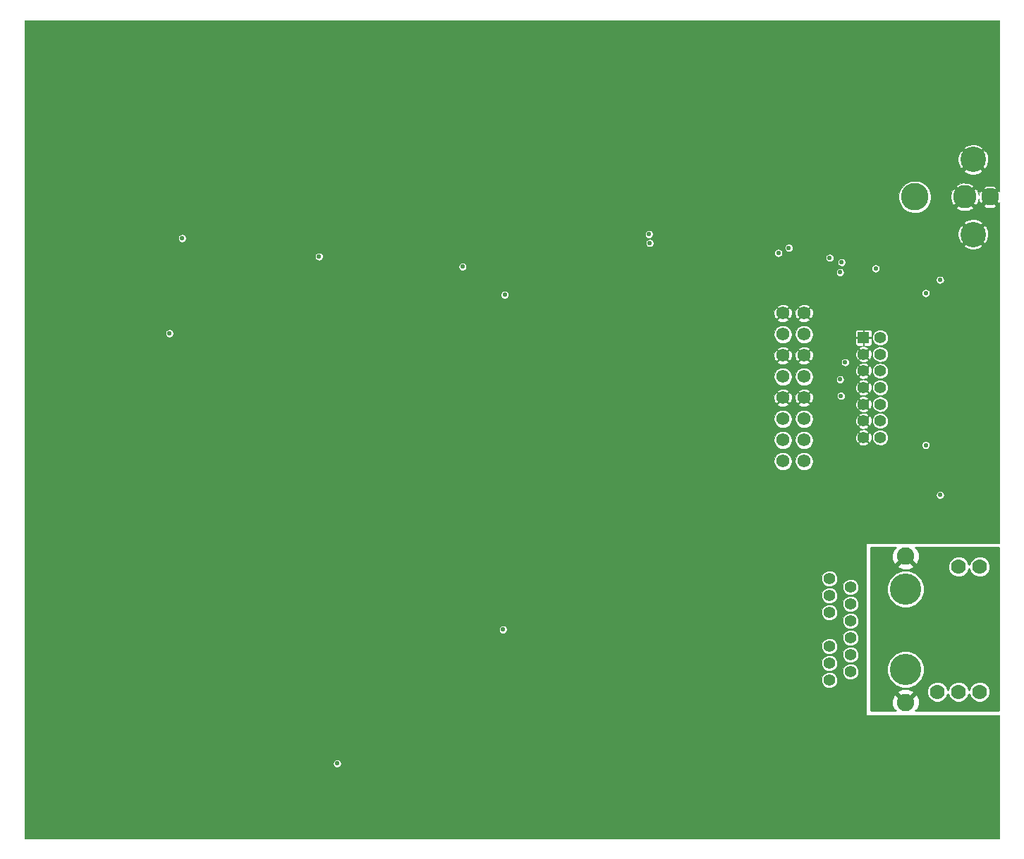
<source format=gbr>
G04 #@! TF.FileFunction,Copper,L2,Inr,Plane*
%FSLAX46Y46*%
G04 Gerber Fmt 4.6, Leading zero omitted, Abs format (unit mm)*
G04 Created by KiCad (PCBNEW 4.0.5) date Sun Apr  2 23:53:42 2017*
%MOMM*%
%LPD*%
G01*
G04 APERTURE LIST*
%ADD10C,0.100000*%
%ADD11R,1.407922X1.407922*%
%ADD12C,1.407922*%
%ADD13C,1.397000*%
%ADD14C,1.778000*%
%ADD15C,2.082800*%
%ADD16C,3.759200*%
%ADD17C,3.048000*%
%ADD18C,2.108200*%
%ADD19C,2.794000*%
%ADD20C,3.302000*%
%ADD21C,1.574800*%
%ADD22C,4.572000*%
%ADD23C,0.558800*%
%ADD24C,0.076200*%
%ADD25C,0.254000*%
G04 APERTURE END LIST*
D10*
D11*
X101124004Y60572396D03*
D12*
X103124000Y60572396D03*
X101124004Y58572400D03*
X103124000Y58572400D03*
X101124004Y56572404D03*
X103124000Y56572404D03*
X101124004Y54572408D03*
X103124000Y54572408D03*
X101124004Y52572412D03*
X103124000Y52572412D03*
X101124004Y50572416D03*
X103124000Y50572416D03*
X101124004Y48572420D03*
X103124000Y48572420D03*
D13*
X99568000Y30607000D03*
X99568000Y28575000D03*
X99568000Y26543000D03*
X99568000Y24511000D03*
X99568000Y22479000D03*
X99568000Y20447000D03*
X97028000Y31623000D03*
X97028000Y29591000D03*
X97028000Y27559000D03*
X97028000Y23495000D03*
X97028000Y21463000D03*
X97028000Y19431000D03*
D14*
X112522000Y33045400D03*
X115062000Y33045400D03*
X109982000Y18008600D03*
X112522000Y18008600D03*
X115062000Y18008600D03*
D15*
X106172000Y34315400D03*
X106172000Y16738600D03*
D16*
X106172000Y30353000D03*
X106172000Y20701000D03*
D17*
X114283998Y81970118D03*
X114283998Y72969882D03*
D18*
X116283994Y77470000D03*
D19*
X113284000Y77470000D03*
D20*
X107284012Y77470000D03*
D21*
X93980000Y45720000D03*
X91440000Y45720000D03*
X93980000Y48260000D03*
X91440000Y48260000D03*
X93980000Y50800000D03*
X91440000Y50800000D03*
X93980000Y53340000D03*
X91440000Y53340000D03*
X93980000Y55880000D03*
X91440000Y55880000D03*
X93980000Y58420000D03*
X91440000Y58420000D03*
X93980000Y60960000D03*
X91440000Y60960000D03*
X93980000Y63500000D03*
X91440000Y63500000D03*
D22*
X8255000Y90805000D03*
X109601000Y90805000D03*
X8255000Y8255000D03*
X109601000Y8255000D03*
D23*
X16256000Y42164000D03*
X16256000Y40259000D03*
X13589000Y40259000D03*
X13589000Y42164000D03*
X18161000Y41275000D03*
X11557000Y41275000D03*
X16256000Y56261000D03*
X16256000Y58166000D03*
X13589000Y56261000D03*
X13589000Y58166000D03*
X18161000Y57277000D03*
X11557000Y57277000D03*
X16256000Y72263000D03*
X13589000Y72263000D03*
X16256000Y74168000D03*
X13589000Y74168000D03*
X18161000Y73279000D03*
X11557000Y73279000D03*
X29337000Y41275000D03*
X22987000Y41275000D03*
X29337000Y57277000D03*
X22987000Y57277000D03*
X29337000Y73279000D03*
X22987000Y73279000D03*
X29464000Y89281000D03*
X22860000Y89281000D03*
X16256000Y88265000D03*
X16256000Y90170000D03*
X13589000Y90170000D03*
X13589000Y88265000D03*
X18161000Y89281000D03*
X11557000Y89281000D03*
X114935000Y45593000D03*
X114935000Y51435000D03*
X9321800Y83439000D03*
X13995400Y87274400D03*
X96139000Y15113000D03*
X98552000Y15113000D03*
X19304000Y72517000D03*
X17780000Y61087000D03*
X102577900Y68872100D03*
X98907600Y57607200D03*
X98475800Y69621400D03*
X98298000Y68427600D03*
X98298000Y55549800D03*
X98399600Y53568600D03*
X97053400Y70154800D03*
X92151200Y71348600D03*
X90906600Y70739000D03*
X110312200Y41656000D03*
X110312200Y67513200D03*
X108585000Y47650400D03*
X108585000Y65913000D03*
X75361800Y72999600D03*
X75438000Y71932800D03*
X57835800Y25501600D03*
X37922200Y9398000D03*
X52984400Y69088000D03*
X35737800Y70307200D03*
X58039000Y65709800D03*
D24*
G36*
X117436900Y78123333D02*
X117328564Y78209241D01*
X116589323Y77470000D01*
X117328564Y76730759D01*
X117436900Y76816667D01*
X117436900Y35852100D01*
X101473000Y35852100D01*
X101462386Y35850592D01*
X101452612Y35846186D01*
X101444452Y35839231D01*
X101438553Y35830279D01*
X101435381Y35820038D01*
X101434900Y35814000D01*
X101434900Y15240000D01*
X101436408Y15229386D01*
X101440814Y15219612D01*
X101447769Y15211452D01*
X101456721Y15205553D01*
X101466962Y15202381D01*
X101473000Y15201900D01*
X117436900Y15201900D01*
X117436900Y419100D01*
X419100Y419100D01*
X419100Y9358489D01*
X37451682Y9358489D01*
X37468317Y9267851D01*
X37502241Y9182170D01*
X37552160Y9104710D01*
X37616175Y9038421D01*
X37691845Y8985829D01*
X37776290Y8948936D01*
X37866293Y8929148D01*
X37958425Y8927218D01*
X38049177Y8943220D01*
X38135093Y8976544D01*
X38212899Y9025922D01*
X38279633Y9089472D01*
X38332753Y9164773D01*
X38370235Y9248959D01*
X38390651Y9338821D01*
X38392121Y9444076D01*
X38374221Y9534473D01*
X38339105Y9619672D01*
X38288109Y9696428D01*
X38223175Y9761816D01*
X38146777Y9813347D01*
X38061826Y9849058D01*
X37971556Y9867587D01*
X37879406Y9868231D01*
X37788886Y9850963D01*
X37703444Y9816442D01*
X37626334Y9765983D01*
X37560494Y9701508D01*
X37508431Y9625472D01*
X37472128Y9540771D01*
X37452969Y9450633D01*
X37451682Y9358489D01*
X419100Y9358489D01*
X419100Y19349843D01*
X96061531Y19349843D01*
X96095701Y19163668D01*
X96165382Y18987674D01*
X96267919Y18828567D01*
X96399408Y18692407D01*
X96554840Y18584379D01*
X96728294Y18508599D01*
X96913164Y18467953D01*
X97102407Y18463988D01*
X97288817Y18496858D01*
X97465293Y18565308D01*
X97625112Y18666732D01*
X97762187Y18797267D01*
X97871297Y18951941D01*
X97948286Y19124861D01*
X97990222Y19309443D01*
X97993241Y19525643D01*
X97956475Y19711323D01*
X97884344Y19886326D01*
X97779595Y20043986D01*
X97646218Y20178298D01*
X97489294Y20284145D01*
X97314798Y20357496D01*
X97274135Y20365843D01*
X98601531Y20365843D01*
X98635701Y20179668D01*
X98705382Y20003674D01*
X98807919Y19844567D01*
X98939408Y19708407D01*
X99094840Y19600379D01*
X99268294Y19524599D01*
X99453164Y19483953D01*
X99642407Y19479988D01*
X99828817Y19512858D01*
X100005293Y19581308D01*
X100165112Y19682732D01*
X100302187Y19813267D01*
X100411297Y19967941D01*
X100488286Y20140861D01*
X100530222Y20325443D01*
X100533241Y20541643D01*
X100496475Y20727323D01*
X100424344Y20902326D01*
X100319595Y21059986D01*
X100186218Y21194298D01*
X100029294Y21300145D01*
X99854798Y21373496D01*
X99669379Y21411557D01*
X99480098Y21412878D01*
X99294165Y21377410D01*
X99118663Y21306502D01*
X98960276Y21202857D01*
X98825036Y21070420D01*
X98718096Y20914238D01*
X98643529Y20740259D01*
X98604174Y20555110D01*
X98601531Y20365843D01*
X97274135Y20365843D01*
X97129379Y20395557D01*
X96940098Y20396878D01*
X96754165Y20361410D01*
X96578663Y20290502D01*
X96420276Y20186857D01*
X96285036Y20054420D01*
X96178096Y19898238D01*
X96103529Y19724259D01*
X96064174Y19539110D01*
X96061531Y19349843D01*
X419100Y19349843D01*
X419100Y21381843D01*
X96061531Y21381843D01*
X96095701Y21195668D01*
X96165382Y21019674D01*
X96267919Y20860567D01*
X96399408Y20724407D01*
X96554840Y20616379D01*
X96728294Y20540599D01*
X96913164Y20499953D01*
X97102407Y20495988D01*
X97288817Y20528858D01*
X97465293Y20597308D01*
X97625112Y20698732D01*
X97762187Y20829267D01*
X97871297Y20983941D01*
X97948286Y21156861D01*
X97990222Y21341443D01*
X97993241Y21557643D01*
X97956475Y21743323D01*
X97884344Y21918326D01*
X97779595Y22075986D01*
X97646218Y22210298D01*
X97489294Y22316145D01*
X97314798Y22389496D01*
X97274135Y22397843D01*
X98601531Y22397843D01*
X98635701Y22211668D01*
X98705382Y22035674D01*
X98807919Y21876567D01*
X98939408Y21740407D01*
X99094840Y21632379D01*
X99268294Y21556599D01*
X99453164Y21515953D01*
X99642407Y21511988D01*
X99828817Y21544858D01*
X100005293Y21613308D01*
X100165112Y21714732D01*
X100302187Y21845267D01*
X100411297Y21999941D01*
X100488286Y22172861D01*
X100530222Y22357443D01*
X100533241Y22573643D01*
X100496475Y22759323D01*
X100424344Y22934326D01*
X100319595Y23091986D01*
X100186218Y23226298D01*
X100029294Y23332145D01*
X99854798Y23405496D01*
X99669379Y23443557D01*
X99480098Y23444878D01*
X99294165Y23409410D01*
X99118663Y23338502D01*
X98960276Y23234857D01*
X98825036Y23102420D01*
X98718096Y22946238D01*
X98643529Y22772259D01*
X98604174Y22587110D01*
X98601531Y22397843D01*
X97274135Y22397843D01*
X97129379Y22427557D01*
X96940098Y22428878D01*
X96754165Y22393410D01*
X96578663Y22322502D01*
X96420276Y22218857D01*
X96285036Y22086420D01*
X96178096Y21930238D01*
X96103529Y21756259D01*
X96064174Y21571110D01*
X96061531Y21381843D01*
X419100Y21381843D01*
X419100Y23413843D01*
X96061531Y23413843D01*
X96095701Y23227668D01*
X96165382Y23051674D01*
X96267919Y22892567D01*
X96399408Y22756407D01*
X96554840Y22648379D01*
X96728294Y22572599D01*
X96913164Y22531953D01*
X97102407Y22527988D01*
X97288817Y22560858D01*
X97465293Y22629308D01*
X97625112Y22730732D01*
X97762187Y22861267D01*
X97871297Y23015941D01*
X97948286Y23188861D01*
X97990222Y23373443D01*
X97993241Y23589643D01*
X97956475Y23775323D01*
X97884344Y23950326D01*
X97779595Y24107986D01*
X97646218Y24242298D01*
X97489294Y24348145D01*
X97314798Y24421496D01*
X97274135Y24429843D01*
X98601531Y24429843D01*
X98635701Y24243668D01*
X98705382Y24067674D01*
X98807919Y23908567D01*
X98939408Y23772407D01*
X99094840Y23664379D01*
X99268294Y23588599D01*
X99453164Y23547953D01*
X99642407Y23543988D01*
X99828817Y23576858D01*
X100005293Y23645308D01*
X100165112Y23746732D01*
X100302187Y23877267D01*
X100411297Y24031941D01*
X100488286Y24204861D01*
X100530222Y24389443D01*
X100533241Y24605643D01*
X100496475Y24791323D01*
X100424344Y24966326D01*
X100319595Y25123986D01*
X100186218Y25258298D01*
X100029294Y25364145D01*
X99854798Y25437496D01*
X99669379Y25475557D01*
X99480098Y25476878D01*
X99294165Y25441410D01*
X99118663Y25370502D01*
X98960276Y25266857D01*
X98825036Y25134420D01*
X98718096Y24978238D01*
X98643529Y24804259D01*
X98604174Y24619110D01*
X98601531Y24429843D01*
X97274135Y24429843D01*
X97129379Y24459557D01*
X96940098Y24460878D01*
X96754165Y24425410D01*
X96578663Y24354502D01*
X96420276Y24250857D01*
X96285036Y24118420D01*
X96178096Y23962238D01*
X96103529Y23788259D01*
X96064174Y23603110D01*
X96061531Y23413843D01*
X419100Y23413843D01*
X419100Y25462089D01*
X57365282Y25462089D01*
X57381917Y25371451D01*
X57415841Y25285770D01*
X57465760Y25208310D01*
X57529775Y25142021D01*
X57605445Y25089429D01*
X57689890Y25052536D01*
X57779893Y25032748D01*
X57872025Y25030818D01*
X57962777Y25046820D01*
X58048693Y25080144D01*
X58126499Y25129522D01*
X58193233Y25193072D01*
X58246353Y25268373D01*
X58283835Y25352559D01*
X58304251Y25442421D01*
X58305721Y25547676D01*
X58287821Y25638073D01*
X58252705Y25723272D01*
X58201709Y25800028D01*
X58136775Y25865416D01*
X58060377Y25916947D01*
X57975426Y25952658D01*
X57885156Y25971187D01*
X57793006Y25971831D01*
X57702486Y25954563D01*
X57617044Y25920042D01*
X57539934Y25869583D01*
X57474094Y25805108D01*
X57422031Y25729072D01*
X57385728Y25644371D01*
X57366569Y25554233D01*
X57365282Y25462089D01*
X419100Y25462089D01*
X419100Y26461843D01*
X98601531Y26461843D01*
X98635701Y26275668D01*
X98705382Y26099674D01*
X98807919Y25940567D01*
X98939408Y25804407D01*
X99094840Y25696379D01*
X99268294Y25620599D01*
X99453164Y25579953D01*
X99642407Y25575988D01*
X99828817Y25608858D01*
X100005293Y25677308D01*
X100165112Y25778732D01*
X100302187Y25909267D01*
X100411297Y26063941D01*
X100488286Y26236861D01*
X100530222Y26421443D01*
X100533241Y26637643D01*
X100496475Y26823323D01*
X100424344Y26998326D01*
X100319595Y27155986D01*
X100186218Y27290298D01*
X100029294Y27396145D01*
X99854798Y27469496D01*
X99669379Y27507557D01*
X99480098Y27508878D01*
X99294165Y27473410D01*
X99118663Y27402502D01*
X98960276Y27298857D01*
X98825036Y27166420D01*
X98718096Y27010238D01*
X98643529Y26836259D01*
X98604174Y26651110D01*
X98601531Y26461843D01*
X419100Y26461843D01*
X419100Y27477843D01*
X96061531Y27477843D01*
X96095701Y27291668D01*
X96165382Y27115674D01*
X96267919Y26956567D01*
X96399408Y26820407D01*
X96554840Y26712379D01*
X96728294Y26636599D01*
X96913164Y26595953D01*
X97102407Y26591988D01*
X97288817Y26624858D01*
X97465293Y26693308D01*
X97625112Y26794732D01*
X97762187Y26925267D01*
X97871297Y27079941D01*
X97948286Y27252861D01*
X97990222Y27437443D01*
X97993241Y27653643D01*
X97956475Y27839323D01*
X97884344Y28014326D01*
X97779595Y28171986D01*
X97646218Y28306298D01*
X97489294Y28412145D01*
X97314798Y28485496D01*
X97274135Y28493843D01*
X98601531Y28493843D01*
X98635701Y28307668D01*
X98705382Y28131674D01*
X98807919Y27972567D01*
X98939408Y27836407D01*
X99094840Y27728379D01*
X99268294Y27652599D01*
X99453164Y27611953D01*
X99642407Y27607988D01*
X99828817Y27640858D01*
X100005293Y27709308D01*
X100165112Y27810732D01*
X100302187Y27941267D01*
X100411297Y28095941D01*
X100488286Y28268861D01*
X100530222Y28453443D01*
X100533241Y28669643D01*
X100496475Y28855323D01*
X100424344Y29030326D01*
X100319595Y29187986D01*
X100186218Y29322298D01*
X100029294Y29428145D01*
X99854798Y29501496D01*
X99669379Y29539557D01*
X99480098Y29540878D01*
X99294165Y29505410D01*
X99118663Y29434502D01*
X98960276Y29330857D01*
X98825036Y29198420D01*
X98718096Y29042238D01*
X98643529Y28868259D01*
X98604174Y28683110D01*
X98601531Y28493843D01*
X97274135Y28493843D01*
X97129379Y28523557D01*
X96940098Y28524878D01*
X96754165Y28489410D01*
X96578663Y28418502D01*
X96420276Y28314857D01*
X96285036Y28182420D01*
X96178096Y28026238D01*
X96103529Y27852259D01*
X96064174Y27667110D01*
X96061531Y27477843D01*
X419100Y27477843D01*
X419100Y29509843D01*
X96061531Y29509843D01*
X96095701Y29323668D01*
X96165382Y29147674D01*
X96267919Y28988567D01*
X96399408Y28852407D01*
X96554840Y28744379D01*
X96728294Y28668599D01*
X96913164Y28627953D01*
X97102407Y28623988D01*
X97288817Y28656858D01*
X97465293Y28725308D01*
X97625112Y28826732D01*
X97762187Y28957267D01*
X97871297Y29111941D01*
X97948286Y29284861D01*
X97990222Y29469443D01*
X97993241Y29685643D01*
X97956475Y29871323D01*
X97884344Y30046326D01*
X97779595Y30203986D01*
X97646218Y30338298D01*
X97489294Y30444145D01*
X97314798Y30517496D01*
X97274135Y30525843D01*
X98601531Y30525843D01*
X98635701Y30339668D01*
X98705382Y30163674D01*
X98807919Y30004567D01*
X98939408Y29868407D01*
X99094840Y29760379D01*
X99268294Y29684599D01*
X99453164Y29643953D01*
X99642407Y29639988D01*
X99828817Y29672858D01*
X100005293Y29741308D01*
X100165112Y29842732D01*
X100302187Y29973267D01*
X100411297Y30127941D01*
X100488286Y30300861D01*
X100530222Y30485443D01*
X100533241Y30701643D01*
X100496475Y30887323D01*
X100424344Y31062326D01*
X100319595Y31219986D01*
X100186218Y31354298D01*
X100029294Y31460145D01*
X99854798Y31533496D01*
X99669379Y31571557D01*
X99480098Y31572878D01*
X99294165Y31537410D01*
X99118663Y31466502D01*
X98960276Y31362857D01*
X98825036Y31230420D01*
X98718096Y31074238D01*
X98643529Y30900259D01*
X98604174Y30715110D01*
X98601531Y30525843D01*
X97274135Y30525843D01*
X97129379Y30555557D01*
X96940098Y30556878D01*
X96754165Y30521410D01*
X96578663Y30450502D01*
X96420276Y30346857D01*
X96285036Y30214420D01*
X96178096Y30058238D01*
X96103529Y29884259D01*
X96064174Y29699110D01*
X96061531Y29509843D01*
X419100Y29509843D01*
X419100Y31541843D01*
X96061531Y31541843D01*
X96095701Y31355668D01*
X96165382Y31179674D01*
X96267919Y31020567D01*
X96399408Y30884407D01*
X96554840Y30776379D01*
X96728294Y30700599D01*
X96913164Y30659953D01*
X97102407Y30655988D01*
X97288817Y30688858D01*
X97465293Y30757308D01*
X97625112Y30858732D01*
X97762187Y30989267D01*
X97871297Y31143941D01*
X97948286Y31316861D01*
X97990222Y31501443D01*
X97993241Y31717643D01*
X97956475Y31903323D01*
X97884344Y32078326D01*
X97779595Y32235986D01*
X97646218Y32370298D01*
X97489294Y32476145D01*
X97314798Y32549496D01*
X97129379Y32587557D01*
X96940098Y32588878D01*
X96754165Y32553410D01*
X96578663Y32482502D01*
X96420276Y32378857D01*
X96285036Y32246420D01*
X96178096Y32090238D01*
X96103529Y31916259D01*
X96064174Y31731110D01*
X96061531Y31541843D01*
X419100Y31541843D01*
X419100Y41616489D01*
X109841682Y41616489D01*
X109858317Y41525851D01*
X109892241Y41440170D01*
X109942160Y41362710D01*
X110006175Y41296421D01*
X110081845Y41243829D01*
X110166290Y41206936D01*
X110256293Y41187148D01*
X110348425Y41185218D01*
X110439177Y41201220D01*
X110525093Y41234544D01*
X110602899Y41283922D01*
X110669633Y41347472D01*
X110722753Y41422773D01*
X110760235Y41506959D01*
X110780651Y41596821D01*
X110782121Y41702076D01*
X110764221Y41792473D01*
X110729105Y41877672D01*
X110678109Y41954428D01*
X110613175Y42019816D01*
X110536777Y42071347D01*
X110451826Y42107058D01*
X110361556Y42125587D01*
X110269406Y42126231D01*
X110178886Y42108963D01*
X110093444Y42074442D01*
X110016334Y42023983D01*
X109950494Y41959508D01*
X109898431Y41883472D01*
X109862128Y41798771D01*
X109842969Y41708633D01*
X109841682Y41616489D01*
X419100Y41616489D01*
X419100Y45629233D01*
X90359081Y45629233D01*
X90397297Y45421010D01*
X90475230Y45224175D01*
X90589910Y45046227D01*
X90736969Y44893942D01*
X90910807Y44773121D01*
X91104802Y44688367D01*
X91311564Y44642907D01*
X91523219Y44638474D01*
X91731704Y44675235D01*
X91929077Y44751792D01*
X92107822Y44865227D01*
X92261130Y45011220D01*
X92383161Y45184210D01*
X92469268Y45377608D01*
X92516170Y45584048D01*
X92516800Y45629233D01*
X92899081Y45629233D01*
X92937297Y45421010D01*
X93015230Y45224175D01*
X93129910Y45046227D01*
X93276969Y44893942D01*
X93450807Y44773121D01*
X93644802Y44688367D01*
X93851564Y44642907D01*
X94063219Y44638474D01*
X94271704Y44675235D01*
X94469077Y44751792D01*
X94647822Y44865227D01*
X94801130Y45011220D01*
X94923161Y45184210D01*
X95009268Y45377608D01*
X95056170Y45584048D01*
X95059546Y45825850D01*
X95018426Y46033519D01*
X94937754Y46229247D01*
X94820600Y46405577D01*
X94671428Y46555793D01*
X94495921Y46674175D01*
X94300761Y46756212D01*
X94093384Y46798781D01*
X93881689Y46800259D01*
X93673738Y46760590D01*
X93477452Y46681285D01*
X93300308Y46565366D01*
X93149054Y46417247D01*
X93029450Y46242569D01*
X92946052Y46047988D01*
X92902037Y45840913D01*
X92899081Y45629233D01*
X92516800Y45629233D01*
X92519546Y45825850D01*
X92478426Y46033519D01*
X92397754Y46229247D01*
X92280600Y46405577D01*
X92131428Y46555793D01*
X91955921Y46674175D01*
X91760761Y46756212D01*
X91553384Y46798781D01*
X91341689Y46800259D01*
X91133738Y46760590D01*
X90937452Y46681285D01*
X90760308Y46565366D01*
X90609054Y46417247D01*
X90489450Y46242569D01*
X90406052Y46047988D01*
X90362037Y45840913D01*
X90359081Y45629233D01*
X419100Y45629233D01*
X419100Y48169233D01*
X90359081Y48169233D01*
X90397297Y47961010D01*
X90475230Y47764175D01*
X90589910Y47586227D01*
X90736969Y47433942D01*
X90910807Y47313121D01*
X91104802Y47228367D01*
X91311564Y47182907D01*
X91523219Y47178474D01*
X91731704Y47215235D01*
X91929077Y47291792D01*
X92107822Y47405227D01*
X92261130Y47551220D01*
X92383161Y47724210D01*
X92469268Y47917608D01*
X92516170Y48124048D01*
X92516800Y48169233D01*
X92899081Y48169233D01*
X92937297Y47961010D01*
X93015230Y47764175D01*
X93129910Y47586227D01*
X93276969Y47433942D01*
X93450807Y47313121D01*
X93644802Y47228367D01*
X93851564Y47182907D01*
X94063219Y47178474D01*
X94271704Y47215235D01*
X94469077Y47291792D01*
X94647822Y47405227D01*
X94801130Y47551220D01*
X94923161Y47724210D01*
X94991751Y47878266D01*
X100537613Y47878266D01*
X100614102Y47740961D01*
X100786109Y47657461D01*
X100971101Y47609122D01*
X101161969Y47597801D01*
X101256825Y47610889D01*
X108114482Y47610889D01*
X108131117Y47520251D01*
X108165041Y47434570D01*
X108214960Y47357110D01*
X108278975Y47290821D01*
X108354645Y47238229D01*
X108439090Y47201336D01*
X108529093Y47181548D01*
X108621225Y47179618D01*
X108711977Y47195620D01*
X108797893Y47228944D01*
X108875699Y47278322D01*
X108942433Y47341872D01*
X108995553Y47417173D01*
X109033035Y47501359D01*
X109053451Y47591221D01*
X109054921Y47696476D01*
X109037021Y47786873D01*
X109001905Y47872072D01*
X108950909Y47948828D01*
X108885975Y48014216D01*
X108809577Y48065747D01*
X108724626Y48101458D01*
X108634356Y48119987D01*
X108542206Y48120631D01*
X108451686Y48103363D01*
X108366244Y48068842D01*
X108289134Y48018383D01*
X108223294Y47953908D01*
X108171231Y47877872D01*
X108134928Y47793171D01*
X108115769Y47703033D01*
X108114482Y47610889D01*
X101256825Y47610889D01*
X101351378Y47623935D01*
X101532050Y47686518D01*
X101633906Y47740961D01*
X101710395Y47878266D01*
X101124004Y48464657D01*
X100537613Y47878266D01*
X94991751Y47878266D01*
X95009268Y47917608D01*
X95056170Y48124048D01*
X95059546Y48365850D01*
X95026161Y48534455D01*
X100149385Y48534455D01*
X100175519Y48345046D01*
X100238102Y48164374D01*
X100292545Y48062518D01*
X100429850Y47986029D01*
X101016241Y48572420D01*
X101231767Y48572420D01*
X101818158Y47986029D01*
X101955463Y48062518D01*
X102038963Y48234525D01*
X102087302Y48419517D01*
X102091656Y48492940D01*
X102177496Y48492940D01*
X102210960Y48310610D01*
X102279201Y48138252D01*
X102379621Y47982432D01*
X102508393Y47849084D01*
X102660614Y47743288D01*
X102830485Y47669073D01*
X103011536Y47629267D01*
X103196870Y47625384D01*
X103379429Y47657574D01*
X103552259Y47724611D01*
X103708777Y47823940D01*
X103843020Y47951778D01*
X103949877Y48103257D01*
X104025276Y48272605D01*
X104066345Y48453374D01*
X104069302Y48665108D01*
X104033296Y48846953D01*
X103962655Y49018341D01*
X103860069Y49172744D01*
X103729448Y49304280D01*
X103575765Y49407941D01*
X103404874Y49479777D01*
X103223285Y49517052D01*
X103037914Y49518346D01*
X102855822Y49483610D01*
X102683945Y49414167D01*
X102528830Y49312662D01*
X102396384Y49182962D01*
X102291653Y49030007D01*
X102218626Y48859622D01*
X102180084Y48678297D01*
X102177496Y48492940D01*
X102091656Y48492940D01*
X102098623Y48610385D01*
X102072489Y48799794D01*
X102009906Y48980466D01*
X101955463Y49082322D01*
X101818158Y49158811D01*
X101231767Y48572420D01*
X101016241Y48572420D01*
X100429850Y49158811D01*
X100292545Y49082322D01*
X100209045Y48910315D01*
X100160706Y48725323D01*
X100149385Y48534455D01*
X95026161Y48534455D01*
X95018426Y48573519D01*
X94937754Y48769247D01*
X94820600Y48945577D01*
X94671428Y49095793D01*
X94495921Y49214175D01*
X94371268Y49266574D01*
X100537613Y49266574D01*
X101124004Y48680183D01*
X101710395Y49266574D01*
X101633906Y49403879D01*
X101461899Y49487379D01*
X101276907Y49535718D01*
X101086039Y49547039D01*
X100896630Y49520905D01*
X100715958Y49458322D01*
X100614102Y49403879D01*
X100537613Y49266574D01*
X94371268Y49266574D01*
X94300761Y49296212D01*
X94093384Y49338781D01*
X93881689Y49340259D01*
X93673738Y49300590D01*
X93477452Y49221285D01*
X93300308Y49105366D01*
X93149054Y48957247D01*
X93029450Y48782569D01*
X92946052Y48587988D01*
X92902037Y48380913D01*
X92899081Y48169233D01*
X92516800Y48169233D01*
X92519546Y48365850D01*
X92478426Y48573519D01*
X92397754Y48769247D01*
X92280600Y48945577D01*
X92131428Y49095793D01*
X91955921Y49214175D01*
X91760761Y49296212D01*
X91553384Y49338781D01*
X91341689Y49340259D01*
X91133738Y49300590D01*
X90937452Y49221285D01*
X90760308Y49105366D01*
X90609054Y48957247D01*
X90489450Y48782569D01*
X90406052Y48587988D01*
X90362037Y48380913D01*
X90359081Y48169233D01*
X419100Y48169233D01*
X419100Y50709233D01*
X90359081Y50709233D01*
X90397297Y50501010D01*
X90475230Y50304175D01*
X90589910Y50126227D01*
X90736969Y49973942D01*
X90910807Y49853121D01*
X91104802Y49768367D01*
X91311564Y49722907D01*
X91523219Y49718474D01*
X91731704Y49755235D01*
X91929077Y49831792D01*
X92107822Y49945227D01*
X92261130Y50091220D01*
X92383161Y50264210D01*
X92469268Y50457608D01*
X92516170Y50664048D01*
X92516800Y50709233D01*
X92899081Y50709233D01*
X92937297Y50501010D01*
X93015230Y50304175D01*
X93129910Y50126227D01*
X93276969Y49973942D01*
X93450807Y49853121D01*
X93644802Y49768367D01*
X93851564Y49722907D01*
X94063219Y49718474D01*
X94271704Y49755235D01*
X94469077Y49831792D01*
X94542302Y49878262D01*
X100537613Y49878262D01*
X100614102Y49740957D01*
X100786109Y49657457D01*
X100971101Y49609118D01*
X101161969Y49597797D01*
X101351378Y49623931D01*
X101532050Y49686514D01*
X101633906Y49740957D01*
X101710395Y49878262D01*
X101124004Y50464653D01*
X100537613Y49878262D01*
X94542302Y49878262D01*
X94647822Y49945227D01*
X94801130Y50091220D01*
X94923161Y50264210D01*
X95009268Y50457608D01*
X95026726Y50534451D01*
X100149385Y50534451D01*
X100175519Y50345042D01*
X100238102Y50164370D01*
X100292545Y50062514D01*
X100429850Y49986025D01*
X101016241Y50572416D01*
X101231767Y50572416D01*
X101818158Y49986025D01*
X101955463Y50062514D01*
X102038963Y50234521D01*
X102087302Y50419513D01*
X102091656Y50492936D01*
X102177496Y50492936D01*
X102210960Y50310606D01*
X102279201Y50138248D01*
X102379621Y49982428D01*
X102508393Y49849080D01*
X102660614Y49743284D01*
X102830485Y49669069D01*
X103011536Y49629263D01*
X103196870Y49625380D01*
X103379429Y49657570D01*
X103552259Y49724607D01*
X103708777Y49823936D01*
X103843020Y49951774D01*
X103949877Y50103253D01*
X104025276Y50272601D01*
X104066345Y50453370D01*
X104069302Y50665104D01*
X104033296Y50846949D01*
X103962655Y51018337D01*
X103860069Y51172740D01*
X103729448Y51304276D01*
X103575765Y51407937D01*
X103404874Y51479773D01*
X103223285Y51517048D01*
X103037914Y51518342D01*
X102855822Y51483606D01*
X102683945Y51414163D01*
X102528830Y51312658D01*
X102396384Y51182958D01*
X102291653Y51030003D01*
X102218626Y50859618D01*
X102180084Y50678293D01*
X102177496Y50492936D01*
X102091656Y50492936D01*
X102098623Y50610381D01*
X102072489Y50799790D01*
X102009906Y50980462D01*
X101955463Y51082318D01*
X101818158Y51158807D01*
X101231767Y50572416D01*
X101016241Y50572416D01*
X100429850Y51158807D01*
X100292545Y51082318D01*
X100209045Y50910311D01*
X100160706Y50725319D01*
X100149385Y50534451D01*
X95026726Y50534451D01*
X95056170Y50664048D01*
X95059546Y50905850D01*
X95018426Y51113519D01*
X94955344Y51266570D01*
X100537613Y51266570D01*
X101124004Y50680179D01*
X101710395Y51266570D01*
X101633906Y51403875D01*
X101461899Y51487375D01*
X101276907Y51535714D01*
X101086039Y51547035D01*
X100896630Y51520901D01*
X100715958Y51458318D01*
X100614102Y51403875D01*
X100537613Y51266570D01*
X94955344Y51266570D01*
X94937754Y51309247D01*
X94820600Y51485577D01*
X94671428Y51635793D01*
X94495921Y51754175D01*
X94300761Y51836212D01*
X94095932Y51878258D01*
X100537613Y51878258D01*
X100614102Y51740953D01*
X100786109Y51657453D01*
X100971101Y51609114D01*
X101161969Y51597793D01*
X101351378Y51623927D01*
X101532050Y51686510D01*
X101633906Y51740953D01*
X101710395Y51878258D01*
X101124004Y52464649D01*
X100537613Y51878258D01*
X94095932Y51878258D01*
X94093384Y51878781D01*
X93881689Y51880259D01*
X93673738Y51840590D01*
X93477452Y51761285D01*
X93300308Y51645366D01*
X93149054Y51497247D01*
X93029450Y51322569D01*
X92946052Y51127988D01*
X92902037Y50920913D01*
X92899081Y50709233D01*
X92516800Y50709233D01*
X92519546Y50905850D01*
X92478426Y51113519D01*
X92397754Y51309247D01*
X92280600Y51485577D01*
X92131428Y51635793D01*
X91955921Y51754175D01*
X91760761Y51836212D01*
X91553384Y51878781D01*
X91341689Y51880259D01*
X91133738Y51840590D01*
X90937452Y51761285D01*
X90760308Y51645366D01*
X90609054Y51497247D01*
X90489450Y51322569D01*
X90406052Y51127988D01*
X90362037Y50920913D01*
X90359081Y50709233D01*
X419100Y50709233D01*
X419100Y52564527D01*
X90790250Y52564527D01*
X90876483Y52413139D01*
X91068133Y52321011D01*
X91274073Y52268043D01*
X91486390Y52256270D01*
X91696924Y52286144D01*
X91897585Y52356517D01*
X92003517Y52413139D01*
X92089750Y52564527D01*
X93330250Y52564527D01*
X93416483Y52413139D01*
X93608133Y52321011D01*
X93814073Y52268043D01*
X94026390Y52256270D01*
X94236924Y52286144D01*
X94437585Y52356517D01*
X94543517Y52413139D01*
X94612615Y52534447D01*
X100149385Y52534447D01*
X100175519Y52345038D01*
X100238102Y52164366D01*
X100292545Y52062510D01*
X100429850Y51986021D01*
X101016241Y52572412D01*
X101231767Y52572412D01*
X101818158Y51986021D01*
X101955463Y52062510D01*
X102038963Y52234517D01*
X102087302Y52419509D01*
X102091656Y52492932D01*
X102177496Y52492932D01*
X102210960Y52310602D01*
X102279201Y52138244D01*
X102379621Y51982424D01*
X102508393Y51849076D01*
X102660614Y51743280D01*
X102830485Y51669065D01*
X103011536Y51629259D01*
X103196870Y51625376D01*
X103379429Y51657566D01*
X103552259Y51724603D01*
X103708777Y51823932D01*
X103843020Y51951770D01*
X103949877Y52103249D01*
X104025276Y52272597D01*
X104066345Y52453366D01*
X104069302Y52665100D01*
X104033296Y52846945D01*
X103962655Y53018333D01*
X103860069Y53172736D01*
X103729448Y53304272D01*
X103575765Y53407933D01*
X103404874Y53479769D01*
X103223285Y53517044D01*
X103037914Y53518338D01*
X102855822Y53483602D01*
X102683945Y53414159D01*
X102528830Y53312654D01*
X102396384Y53182954D01*
X102291653Y53029999D01*
X102218626Y52859614D01*
X102180084Y52678289D01*
X102177496Y52492932D01*
X102091656Y52492932D01*
X102098623Y52610377D01*
X102072489Y52799786D01*
X102009906Y52980458D01*
X101955463Y53082314D01*
X101818158Y53158803D01*
X101231767Y52572412D01*
X101016241Y52572412D01*
X100429850Y53158803D01*
X100292545Y53082314D01*
X100209045Y52910307D01*
X100160706Y52725315D01*
X100149385Y52534447D01*
X94612615Y52534447D01*
X94629750Y52564527D01*
X93980000Y53214276D01*
X93330250Y52564527D01*
X92089750Y52564527D01*
X91440000Y53214276D01*
X90790250Y52564527D01*
X419100Y52564527D01*
X419100Y53293610D01*
X90356270Y53293610D01*
X90386144Y53083076D01*
X90456517Y52882415D01*
X90513139Y52776483D01*
X90664527Y52690250D01*
X91314276Y53340000D01*
X91565724Y53340000D01*
X92215473Y52690250D01*
X92366861Y52776483D01*
X92458989Y52968133D01*
X92511957Y53174073D01*
X92518585Y53293610D01*
X92896270Y53293610D01*
X92926144Y53083076D01*
X92996517Y52882415D01*
X93053139Y52776483D01*
X93204527Y52690250D01*
X93854276Y53340000D01*
X94105724Y53340000D01*
X94755473Y52690250D01*
X94906861Y52776483D01*
X94998989Y52968133D01*
X95051957Y53174073D01*
X95063730Y53386390D01*
X95043482Y53529089D01*
X97929082Y53529089D01*
X97945717Y53438451D01*
X97979641Y53352770D01*
X98029560Y53275310D01*
X98093575Y53209021D01*
X98169245Y53156429D01*
X98253690Y53119536D01*
X98343693Y53099748D01*
X98435825Y53097818D01*
X98526577Y53113820D01*
X98612493Y53147144D01*
X98690299Y53196522D01*
X98757033Y53260072D01*
X98761614Y53266566D01*
X100537613Y53266566D01*
X101124004Y52680175D01*
X101710395Y53266566D01*
X101633906Y53403871D01*
X101461899Y53487371D01*
X101276907Y53535710D01*
X101086039Y53547031D01*
X100896630Y53520897D01*
X100715958Y53458314D01*
X100614102Y53403871D01*
X100537613Y53266566D01*
X98761614Y53266566D01*
X98810153Y53335373D01*
X98847635Y53419559D01*
X98868051Y53509421D01*
X98869521Y53614676D01*
X98851621Y53705073D01*
X98816505Y53790272D01*
X98765509Y53867028D01*
X98754361Y53878254D01*
X100537613Y53878254D01*
X100614102Y53740949D01*
X100786109Y53657449D01*
X100971101Y53609110D01*
X101161969Y53597789D01*
X101351378Y53623923D01*
X101532050Y53686506D01*
X101633906Y53740949D01*
X101710395Y53878254D01*
X101124004Y54464645D01*
X100537613Y53878254D01*
X98754361Y53878254D01*
X98700575Y53932416D01*
X98624177Y53983947D01*
X98539226Y54019658D01*
X98448956Y54038187D01*
X98356806Y54038831D01*
X98266286Y54021563D01*
X98180844Y53987042D01*
X98103734Y53936583D01*
X98037894Y53872108D01*
X97985831Y53796072D01*
X97949528Y53711371D01*
X97930369Y53621233D01*
X97929082Y53529089D01*
X95043482Y53529089D01*
X95033856Y53596924D01*
X94963483Y53797585D01*
X94906861Y53903517D01*
X94755473Y53989750D01*
X94105724Y53340000D01*
X93854276Y53340000D01*
X93204527Y53989750D01*
X93053139Y53903517D01*
X92961011Y53711867D01*
X92908043Y53505927D01*
X92896270Y53293610D01*
X92518585Y53293610D01*
X92523730Y53386390D01*
X92493856Y53596924D01*
X92423483Y53797585D01*
X92366861Y53903517D01*
X92215473Y53989750D01*
X91565724Y53340000D01*
X91314276Y53340000D01*
X90664527Y53989750D01*
X90513139Y53903517D01*
X90421011Y53711867D01*
X90368043Y53505927D01*
X90356270Y53293610D01*
X419100Y53293610D01*
X419100Y54115473D01*
X90790250Y54115473D01*
X91440000Y53465724D01*
X92089750Y54115473D01*
X93330250Y54115473D01*
X93980000Y53465724D01*
X94629750Y54115473D01*
X94543517Y54266861D01*
X94351867Y54358989D01*
X94145927Y54411957D01*
X93933610Y54423730D01*
X93723076Y54393856D01*
X93522415Y54323483D01*
X93416483Y54266861D01*
X93330250Y54115473D01*
X92089750Y54115473D01*
X92003517Y54266861D01*
X91811867Y54358989D01*
X91605927Y54411957D01*
X91393610Y54423730D01*
X91183076Y54393856D01*
X90982415Y54323483D01*
X90876483Y54266861D01*
X90790250Y54115473D01*
X419100Y54115473D01*
X419100Y54534443D01*
X100149385Y54534443D01*
X100175519Y54345034D01*
X100238102Y54164362D01*
X100292545Y54062506D01*
X100429850Y53986017D01*
X101016241Y54572408D01*
X101231767Y54572408D01*
X101818158Y53986017D01*
X101955463Y54062506D01*
X102038963Y54234513D01*
X102087302Y54419505D01*
X102091656Y54492928D01*
X102177496Y54492928D01*
X102210960Y54310598D01*
X102279201Y54138240D01*
X102379621Y53982420D01*
X102508393Y53849072D01*
X102660614Y53743276D01*
X102830485Y53669061D01*
X103011536Y53629255D01*
X103196870Y53625372D01*
X103379429Y53657562D01*
X103552259Y53724599D01*
X103708777Y53823928D01*
X103843020Y53951766D01*
X103949877Y54103245D01*
X104025276Y54272593D01*
X104066345Y54453362D01*
X104069302Y54665096D01*
X104033296Y54846941D01*
X103962655Y55018329D01*
X103860069Y55172732D01*
X103729448Y55304268D01*
X103575765Y55407929D01*
X103404874Y55479765D01*
X103223285Y55517040D01*
X103037914Y55518334D01*
X102855822Y55483598D01*
X102683945Y55414155D01*
X102528830Y55312650D01*
X102396384Y55182950D01*
X102291653Y55029995D01*
X102218626Y54859610D01*
X102180084Y54678285D01*
X102177496Y54492928D01*
X102091656Y54492928D01*
X102098623Y54610373D01*
X102072489Y54799782D01*
X102009906Y54980454D01*
X101955463Y55082310D01*
X101818158Y55158799D01*
X101231767Y54572408D01*
X101016241Y54572408D01*
X100429850Y55158799D01*
X100292545Y55082310D01*
X100209045Y54910303D01*
X100160706Y54725311D01*
X100149385Y54534443D01*
X419100Y54534443D01*
X419100Y55789233D01*
X90359081Y55789233D01*
X90397297Y55581010D01*
X90475230Y55384175D01*
X90589910Y55206227D01*
X90736969Y55053942D01*
X90910807Y54933121D01*
X91104802Y54848367D01*
X91311564Y54802907D01*
X91523219Y54798474D01*
X91731704Y54835235D01*
X91929077Y54911792D01*
X92107822Y55025227D01*
X92261130Y55171220D01*
X92383161Y55344210D01*
X92469268Y55537608D01*
X92516170Y55744048D01*
X92516800Y55789233D01*
X92899081Y55789233D01*
X92937297Y55581010D01*
X93015230Y55384175D01*
X93129910Y55206227D01*
X93276969Y55053942D01*
X93450807Y54933121D01*
X93644802Y54848367D01*
X93851564Y54802907D01*
X94063219Y54798474D01*
X94271704Y54835235D01*
X94469077Y54911792D01*
X94647822Y55025227D01*
X94801130Y55171220D01*
X94923161Y55344210D01*
X94997104Y55510289D01*
X97827482Y55510289D01*
X97844117Y55419651D01*
X97878041Y55333970D01*
X97927960Y55256510D01*
X97991975Y55190221D01*
X98067645Y55137629D01*
X98152090Y55100736D01*
X98242093Y55080948D01*
X98334225Y55079018D01*
X98424977Y55095020D01*
X98510893Y55128344D01*
X98588699Y55177722D01*
X98655433Y55241272D01*
X98673273Y55266562D01*
X100537613Y55266562D01*
X101124004Y54680171D01*
X101710395Y55266562D01*
X101633906Y55403867D01*
X101461899Y55487367D01*
X101276907Y55535706D01*
X101086039Y55547027D01*
X100896630Y55520893D01*
X100715958Y55458310D01*
X100614102Y55403867D01*
X100537613Y55266562D01*
X98673273Y55266562D01*
X98708553Y55316573D01*
X98746035Y55400759D01*
X98766451Y55490621D01*
X98767921Y55595876D01*
X98750021Y55686273D01*
X98714905Y55771472D01*
X98663909Y55848228D01*
X98634096Y55878250D01*
X100537613Y55878250D01*
X100614102Y55740945D01*
X100786109Y55657445D01*
X100971101Y55609106D01*
X101161969Y55597785D01*
X101351378Y55623919D01*
X101532050Y55686502D01*
X101633906Y55740945D01*
X101710395Y55878250D01*
X101124004Y56464641D01*
X100537613Y55878250D01*
X98634096Y55878250D01*
X98598975Y55913616D01*
X98522577Y55965147D01*
X98437626Y56000858D01*
X98347356Y56019387D01*
X98255206Y56020031D01*
X98164686Y56002763D01*
X98079244Y55968242D01*
X98002134Y55917783D01*
X97936294Y55853308D01*
X97884231Y55777272D01*
X97847928Y55692571D01*
X97828769Y55602433D01*
X97827482Y55510289D01*
X94997104Y55510289D01*
X95009268Y55537608D01*
X95056170Y55744048D01*
X95059546Y55985850D01*
X95018426Y56193519D01*
X94937754Y56389247D01*
X94841289Y56534439D01*
X100149385Y56534439D01*
X100175519Y56345030D01*
X100238102Y56164358D01*
X100292545Y56062502D01*
X100429850Y55986013D01*
X101016241Y56572404D01*
X101231767Y56572404D01*
X101818158Y55986013D01*
X101955463Y56062502D01*
X102038963Y56234509D01*
X102087302Y56419501D01*
X102091656Y56492924D01*
X102177496Y56492924D01*
X102210960Y56310594D01*
X102279201Y56138236D01*
X102379621Y55982416D01*
X102508393Y55849068D01*
X102660614Y55743272D01*
X102830485Y55669057D01*
X103011536Y55629251D01*
X103196870Y55625368D01*
X103379429Y55657558D01*
X103552259Y55724595D01*
X103708777Y55823924D01*
X103843020Y55951762D01*
X103949877Y56103241D01*
X104025276Y56272589D01*
X104066345Y56453358D01*
X104069302Y56665092D01*
X104033296Y56846937D01*
X103962655Y57018325D01*
X103860069Y57172728D01*
X103729448Y57304264D01*
X103575765Y57407925D01*
X103404874Y57479761D01*
X103223285Y57517036D01*
X103037914Y57518330D01*
X102855822Y57483594D01*
X102683945Y57414151D01*
X102528830Y57312646D01*
X102396384Y57182946D01*
X102291653Y57029991D01*
X102218626Y56859606D01*
X102180084Y56678281D01*
X102177496Y56492924D01*
X102091656Y56492924D01*
X102098623Y56610369D01*
X102072489Y56799778D01*
X102009906Y56980450D01*
X101955463Y57082306D01*
X101818158Y57158795D01*
X101231767Y56572404D01*
X101016241Y56572404D01*
X100429850Y57158795D01*
X100292545Y57082306D01*
X100209045Y56910299D01*
X100160706Y56725307D01*
X100149385Y56534439D01*
X94841289Y56534439D01*
X94820600Y56565577D01*
X94671428Y56715793D01*
X94495921Y56834175D01*
X94300761Y56916212D01*
X94093384Y56958781D01*
X93881689Y56960259D01*
X93673738Y56920590D01*
X93477452Y56841285D01*
X93300308Y56725366D01*
X93149054Y56577247D01*
X93029450Y56402569D01*
X92946052Y56207988D01*
X92902037Y56000913D01*
X92899081Y55789233D01*
X92516800Y55789233D01*
X92519546Y55985850D01*
X92478426Y56193519D01*
X92397754Y56389247D01*
X92280600Y56565577D01*
X92131428Y56715793D01*
X91955921Y56834175D01*
X91760761Y56916212D01*
X91553384Y56958781D01*
X91341689Y56960259D01*
X91133738Y56920590D01*
X90937452Y56841285D01*
X90760308Y56725366D01*
X90609054Y56577247D01*
X90489450Y56402569D01*
X90406052Y56207988D01*
X90362037Y56000913D01*
X90359081Y55789233D01*
X419100Y55789233D01*
X419100Y57644527D01*
X90790250Y57644527D01*
X90876483Y57493139D01*
X91068133Y57401011D01*
X91274073Y57348043D01*
X91486390Y57336270D01*
X91696924Y57366144D01*
X91897585Y57436517D01*
X92003517Y57493139D01*
X92089750Y57644527D01*
X93330250Y57644527D01*
X93416483Y57493139D01*
X93608133Y57401011D01*
X93814073Y57348043D01*
X94026390Y57336270D01*
X94236924Y57366144D01*
X94437585Y57436517D01*
X94543517Y57493139D01*
X94585981Y57567689D01*
X98437082Y57567689D01*
X98453717Y57477051D01*
X98487641Y57391370D01*
X98537560Y57313910D01*
X98601575Y57247621D01*
X98677245Y57195029D01*
X98761690Y57158136D01*
X98851693Y57138348D01*
X98943825Y57136418D01*
X99034577Y57152420D01*
X99120493Y57185744D01*
X99198299Y57235122D01*
X99231310Y57266558D01*
X100537613Y57266558D01*
X101124004Y56680167D01*
X101710395Y57266558D01*
X101633906Y57403863D01*
X101461899Y57487363D01*
X101276907Y57535702D01*
X101086039Y57547023D01*
X100896630Y57520889D01*
X100715958Y57458306D01*
X100614102Y57403863D01*
X100537613Y57266558D01*
X99231310Y57266558D01*
X99265033Y57298672D01*
X99318153Y57373973D01*
X99355635Y57458159D01*
X99376051Y57548021D01*
X99377521Y57653276D01*
X99359621Y57743673D01*
X99324505Y57828872D01*
X99291702Y57878246D01*
X100537613Y57878246D01*
X100614102Y57740941D01*
X100786109Y57657441D01*
X100971101Y57609102D01*
X101161969Y57597781D01*
X101351378Y57623915D01*
X101532050Y57686498D01*
X101633906Y57740941D01*
X101710395Y57878246D01*
X101124004Y58464637D01*
X100537613Y57878246D01*
X99291702Y57878246D01*
X99273509Y57905628D01*
X99208575Y57971016D01*
X99132177Y58022547D01*
X99047226Y58058258D01*
X98956956Y58076787D01*
X98864806Y58077431D01*
X98774286Y58060163D01*
X98688844Y58025642D01*
X98611734Y57975183D01*
X98545894Y57910708D01*
X98493831Y57834672D01*
X98457528Y57749971D01*
X98438369Y57659833D01*
X98437082Y57567689D01*
X94585981Y57567689D01*
X94629750Y57644527D01*
X93980000Y58294276D01*
X93330250Y57644527D01*
X92089750Y57644527D01*
X91440000Y58294276D01*
X90790250Y57644527D01*
X419100Y57644527D01*
X419100Y58373610D01*
X90356270Y58373610D01*
X90386144Y58163076D01*
X90456517Y57962415D01*
X90513139Y57856483D01*
X90664527Y57770250D01*
X91314276Y58420000D01*
X91565724Y58420000D01*
X92215473Y57770250D01*
X92366861Y57856483D01*
X92458989Y58048133D01*
X92511957Y58254073D01*
X92518585Y58373610D01*
X92896270Y58373610D01*
X92926144Y58163076D01*
X92996517Y57962415D01*
X93053139Y57856483D01*
X93204527Y57770250D01*
X93854276Y58420000D01*
X94105724Y58420000D01*
X94755473Y57770250D01*
X94906861Y57856483D01*
X94998989Y58048133D01*
X95051957Y58254073D01*
X95063730Y58466390D01*
X95054075Y58534435D01*
X100149385Y58534435D01*
X100175519Y58345026D01*
X100238102Y58164354D01*
X100292545Y58062498D01*
X100429850Y57986009D01*
X101016241Y58572400D01*
X101231767Y58572400D01*
X101818158Y57986009D01*
X101955463Y58062498D01*
X102038963Y58234505D01*
X102087302Y58419497D01*
X102091656Y58492920D01*
X102177496Y58492920D01*
X102210960Y58310590D01*
X102279201Y58138232D01*
X102379621Y57982412D01*
X102508393Y57849064D01*
X102660614Y57743268D01*
X102830485Y57669053D01*
X103011536Y57629247D01*
X103196870Y57625364D01*
X103379429Y57657554D01*
X103552259Y57724591D01*
X103708777Y57823920D01*
X103843020Y57951758D01*
X103949877Y58103237D01*
X104025276Y58272585D01*
X104066345Y58453354D01*
X104069302Y58665088D01*
X104033296Y58846933D01*
X103962655Y59018321D01*
X103860069Y59172724D01*
X103729448Y59304260D01*
X103575765Y59407921D01*
X103404874Y59479757D01*
X103223285Y59517032D01*
X103037914Y59518326D01*
X102855822Y59483590D01*
X102683945Y59414147D01*
X102528830Y59312642D01*
X102396384Y59182942D01*
X102291653Y59029987D01*
X102218626Y58859602D01*
X102180084Y58678277D01*
X102177496Y58492920D01*
X102091656Y58492920D01*
X102098623Y58610365D01*
X102072489Y58799774D01*
X102009906Y58980446D01*
X101955463Y59082302D01*
X101818158Y59158791D01*
X101231767Y58572400D01*
X101016241Y58572400D01*
X100429850Y59158791D01*
X100292545Y59082302D01*
X100209045Y58910295D01*
X100160706Y58725303D01*
X100149385Y58534435D01*
X95054075Y58534435D01*
X95033856Y58676924D01*
X94963483Y58877585D01*
X94906861Y58983517D01*
X94755473Y59069750D01*
X94105724Y58420000D01*
X93854276Y58420000D01*
X93204527Y59069750D01*
X93053139Y58983517D01*
X92961011Y58791867D01*
X92908043Y58585927D01*
X92896270Y58373610D01*
X92518585Y58373610D01*
X92523730Y58466390D01*
X92493856Y58676924D01*
X92423483Y58877585D01*
X92366861Y58983517D01*
X92215473Y59069750D01*
X91565724Y58420000D01*
X91314276Y58420000D01*
X90664527Y59069750D01*
X90513139Y58983517D01*
X90421011Y58791867D01*
X90368043Y58585927D01*
X90356270Y58373610D01*
X419100Y58373610D01*
X419100Y59195473D01*
X90790250Y59195473D01*
X91440000Y58545724D01*
X92089750Y59195473D01*
X93330250Y59195473D01*
X93980000Y58545724D01*
X94629750Y59195473D01*
X94589262Y59266554D01*
X100537613Y59266554D01*
X101124004Y58680163D01*
X101710395Y59266554D01*
X101633906Y59403859D01*
X101461899Y59487359D01*
X101276907Y59535698D01*
X101086039Y59547019D01*
X100896630Y59520885D01*
X100715958Y59458302D01*
X100614102Y59403859D01*
X100537613Y59266554D01*
X94589262Y59266554D01*
X94543517Y59346861D01*
X94351867Y59438989D01*
X94145927Y59491957D01*
X93933610Y59503730D01*
X93723076Y59473856D01*
X93522415Y59403483D01*
X93416483Y59346861D01*
X93330250Y59195473D01*
X92089750Y59195473D01*
X92003517Y59346861D01*
X91811867Y59438989D01*
X91605927Y59491957D01*
X91393610Y59503730D01*
X91183076Y59473856D01*
X90982415Y59403483D01*
X90876483Y59346861D01*
X90790250Y59195473D01*
X419100Y59195473D01*
X419100Y61047489D01*
X17309482Y61047489D01*
X17326117Y60956851D01*
X17360041Y60871170D01*
X17409960Y60793710D01*
X17473975Y60727421D01*
X17549645Y60674829D01*
X17634090Y60637936D01*
X17724093Y60618148D01*
X17816225Y60616218D01*
X17906977Y60632220D01*
X17992893Y60665544D01*
X18070699Y60714922D01*
X18137433Y60778472D01*
X18190553Y60853773D01*
X18197436Y60869233D01*
X90359081Y60869233D01*
X90397297Y60661010D01*
X90475230Y60464175D01*
X90589910Y60286227D01*
X90736969Y60133942D01*
X90910807Y60013121D01*
X91104802Y59928367D01*
X91311564Y59882907D01*
X91523219Y59878474D01*
X91731704Y59915235D01*
X91929077Y59991792D01*
X92107822Y60105227D01*
X92261130Y60251220D01*
X92383161Y60424210D01*
X92469268Y60617608D01*
X92516170Y60824048D01*
X92516800Y60869233D01*
X92899081Y60869233D01*
X92937297Y60661010D01*
X93015230Y60464175D01*
X93129910Y60286227D01*
X93276969Y60133942D01*
X93450807Y60013121D01*
X93644802Y59928367D01*
X93851564Y59882907D01*
X94063219Y59878474D01*
X94271704Y59915235D01*
X94469077Y59991792D01*
X94647822Y60105227D01*
X94801130Y60251220D01*
X94923161Y60424210D01*
X94925525Y60429521D01*
X100153343Y60429521D01*
X100153343Y59842167D01*
X100163592Y59790641D01*
X100183697Y59742105D01*
X100212884Y59698423D01*
X100250032Y59661275D01*
X100293713Y59632088D01*
X100342250Y59611984D01*
X100393776Y59601735D01*
X100981129Y59601735D01*
X101047804Y59668410D01*
X101047804Y60496196D01*
X101200204Y60496196D01*
X101200204Y59668410D01*
X101266879Y59601735D01*
X101854232Y59601735D01*
X101905758Y59611984D01*
X101954295Y59632088D01*
X101997976Y59661275D01*
X102035124Y59698423D01*
X102064311Y59742105D01*
X102084416Y59790641D01*
X102094665Y59842167D01*
X102094665Y60429521D01*
X102031270Y60492916D01*
X102177496Y60492916D01*
X102210960Y60310586D01*
X102279201Y60138228D01*
X102379621Y59982408D01*
X102508393Y59849060D01*
X102660614Y59743264D01*
X102830485Y59669049D01*
X103011536Y59629243D01*
X103196870Y59625360D01*
X103379429Y59657550D01*
X103552259Y59724587D01*
X103708777Y59823916D01*
X103843020Y59951754D01*
X103949877Y60103233D01*
X104025276Y60272581D01*
X104066345Y60453350D01*
X104069302Y60665084D01*
X104033296Y60846929D01*
X103962655Y61018317D01*
X103860069Y61172720D01*
X103729448Y61304256D01*
X103575765Y61407917D01*
X103404874Y61479753D01*
X103223285Y61517028D01*
X103037914Y61518322D01*
X102855822Y61483586D01*
X102683945Y61414143D01*
X102528830Y61312638D01*
X102396384Y61182938D01*
X102291653Y61029983D01*
X102218626Y60859598D01*
X102180084Y60678273D01*
X102177496Y60492916D01*
X102031270Y60492916D01*
X102027990Y60496196D01*
X101200204Y60496196D01*
X101047804Y60496196D01*
X100220018Y60496196D01*
X100153343Y60429521D01*
X94925525Y60429521D01*
X95009268Y60617608D01*
X95056170Y60824048D01*
X95059546Y61065850D01*
X95018426Y61273519D01*
X95006430Y61302625D01*
X100153343Y61302625D01*
X100153343Y60715271D01*
X100220018Y60648596D01*
X101047804Y60648596D01*
X101047804Y61476382D01*
X101200204Y61476382D01*
X101200204Y60648596D01*
X102027990Y60648596D01*
X102094665Y60715271D01*
X102094665Y61302625D01*
X102084416Y61354151D01*
X102064311Y61402687D01*
X102035124Y61446369D01*
X101997976Y61483517D01*
X101954295Y61512704D01*
X101905758Y61532808D01*
X101854232Y61543057D01*
X101266879Y61543057D01*
X101200204Y61476382D01*
X101047804Y61476382D01*
X100981129Y61543057D01*
X100393776Y61543057D01*
X100342250Y61532808D01*
X100293713Y61512704D01*
X100250032Y61483517D01*
X100212884Y61446369D01*
X100183697Y61402687D01*
X100163592Y61354151D01*
X100153343Y61302625D01*
X95006430Y61302625D01*
X94937754Y61469247D01*
X94820600Y61645577D01*
X94671428Y61795793D01*
X94495921Y61914175D01*
X94300761Y61996212D01*
X94093384Y62038781D01*
X93881689Y62040259D01*
X93673738Y62000590D01*
X93477452Y61921285D01*
X93300308Y61805366D01*
X93149054Y61657247D01*
X93029450Y61482569D01*
X92946052Y61287988D01*
X92902037Y61080913D01*
X92899081Y60869233D01*
X92516800Y60869233D01*
X92519546Y61065850D01*
X92478426Y61273519D01*
X92397754Y61469247D01*
X92280600Y61645577D01*
X92131428Y61795793D01*
X91955921Y61914175D01*
X91760761Y61996212D01*
X91553384Y62038781D01*
X91341689Y62040259D01*
X91133738Y62000590D01*
X90937452Y61921285D01*
X90760308Y61805366D01*
X90609054Y61657247D01*
X90489450Y61482569D01*
X90406052Y61287988D01*
X90362037Y61080913D01*
X90359081Y60869233D01*
X18197436Y60869233D01*
X18228035Y60937959D01*
X18248451Y61027821D01*
X18249921Y61133076D01*
X18232021Y61223473D01*
X18196905Y61308672D01*
X18145909Y61385428D01*
X18080975Y61450816D01*
X18004577Y61502347D01*
X17919626Y61538058D01*
X17829356Y61556587D01*
X17737206Y61557231D01*
X17646686Y61539963D01*
X17561244Y61505442D01*
X17484134Y61454983D01*
X17418294Y61390508D01*
X17366231Y61314472D01*
X17329928Y61229771D01*
X17310769Y61139633D01*
X17309482Y61047489D01*
X419100Y61047489D01*
X419100Y62724527D01*
X90790250Y62724527D01*
X90876483Y62573139D01*
X91068133Y62481011D01*
X91274073Y62428043D01*
X91486390Y62416270D01*
X91696924Y62446144D01*
X91897585Y62516517D01*
X92003517Y62573139D01*
X92089750Y62724527D01*
X93330250Y62724527D01*
X93416483Y62573139D01*
X93608133Y62481011D01*
X93814073Y62428043D01*
X94026390Y62416270D01*
X94236924Y62446144D01*
X94437585Y62516517D01*
X94543517Y62573139D01*
X94629750Y62724527D01*
X93980000Y63374276D01*
X93330250Y62724527D01*
X92089750Y62724527D01*
X91440000Y63374276D01*
X90790250Y62724527D01*
X419100Y62724527D01*
X419100Y63453610D01*
X90356270Y63453610D01*
X90386144Y63243076D01*
X90456517Y63042415D01*
X90513139Y62936483D01*
X90664527Y62850250D01*
X91314276Y63500000D01*
X91565724Y63500000D01*
X92215473Y62850250D01*
X92366861Y62936483D01*
X92458989Y63128133D01*
X92511957Y63334073D01*
X92518585Y63453610D01*
X92896270Y63453610D01*
X92926144Y63243076D01*
X92996517Y63042415D01*
X93053139Y62936483D01*
X93204527Y62850250D01*
X93854276Y63500000D01*
X94105724Y63500000D01*
X94755473Y62850250D01*
X94906861Y62936483D01*
X94998989Y63128133D01*
X95051957Y63334073D01*
X95063730Y63546390D01*
X95033856Y63756924D01*
X94963483Y63957585D01*
X94906861Y64063517D01*
X94755473Y64149750D01*
X94105724Y63500000D01*
X93854276Y63500000D01*
X93204527Y64149750D01*
X93053139Y64063517D01*
X92961011Y63871867D01*
X92908043Y63665927D01*
X92896270Y63453610D01*
X92518585Y63453610D01*
X92523730Y63546390D01*
X92493856Y63756924D01*
X92423483Y63957585D01*
X92366861Y64063517D01*
X92215473Y64149750D01*
X91565724Y63500000D01*
X91314276Y63500000D01*
X90664527Y64149750D01*
X90513139Y64063517D01*
X90421011Y63871867D01*
X90368043Y63665927D01*
X90356270Y63453610D01*
X419100Y63453610D01*
X419100Y64275473D01*
X90790250Y64275473D01*
X91440000Y63625724D01*
X92089750Y64275473D01*
X93330250Y64275473D01*
X93980000Y63625724D01*
X94629750Y64275473D01*
X94543517Y64426861D01*
X94351867Y64518989D01*
X94145927Y64571957D01*
X93933610Y64583730D01*
X93723076Y64553856D01*
X93522415Y64483483D01*
X93416483Y64426861D01*
X93330250Y64275473D01*
X92089750Y64275473D01*
X92003517Y64426861D01*
X91811867Y64518989D01*
X91605927Y64571957D01*
X91393610Y64583730D01*
X91183076Y64553856D01*
X90982415Y64483483D01*
X90876483Y64426861D01*
X90790250Y64275473D01*
X419100Y64275473D01*
X419100Y65670289D01*
X57568482Y65670289D01*
X57585117Y65579651D01*
X57619041Y65493970D01*
X57668960Y65416510D01*
X57732975Y65350221D01*
X57808645Y65297629D01*
X57893090Y65260736D01*
X57983093Y65240948D01*
X58075225Y65239018D01*
X58165977Y65255020D01*
X58251893Y65288344D01*
X58329699Y65337722D01*
X58396433Y65401272D01*
X58449553Y65476573D01*
X58487035Y65560759D01*
X58507451Y65650621D01*
X58508921Y65755876D01*
X58491021Y65846273D01*
X58479804Y65873489D01*
X108114482Y65873489D01*
X108131117Y65782851D01*
X108165041Y65697170D01*
X108214960Y65619710D01*
X108278975Y65553421D01*
X108354645Y65500829D01*
X108439090Y65463936D01*
X108529093Y65444148D01*
X108621225Y65442218D01*
X108711977Y65458220D01*
X108797893Y65491544D01*
X108875699Y65540922D01*
X108942433Y65604472D01*
X108995553Y65679773D01*
X109033035Y65763959D01*
X109053451Y65853821D01*
X109054921Y65959076D01*
X109037021Y66049473D01*
X109001905Y66134672D01*
X108950909Y66211428D01*
X108885975Y66276816D01*
X108809577Y66328347D01*
X108724626Y66364058D01*
X108634356Y66382587D01*
X108542206Y66383231D01*
X108451686Y66365963D01*
X108366244Y66331442D01*
X108289134Y66280983D01*
X108223294Y66216508D01*
X108171231Y66140472D01*
X108134928Y66055771D01*
X108115769Y65965633D01*
X108114482Y65873489D01*
X58479804Y65873489D01*
X58455905Y65931472D01*
X58404909Y66008228D01*
X58339975Y66073616D01*
X58263577Y66125147D01*
X58178626Y66160858D01*
X58088356Y66179387D01*
X57996206Y66180031D01*
X57905686Y66162763D01*
X57820244Y66128242D01*
X57743134Y66077783D01*
X57677294Y66013308D01*
X57625231Y65937272D01*
X57588928Y65852571D01*
X57569769Y65762433D01*
X57568482Y65670289D01*
X419100Y65670289D01*
X419100Y67473689D01*
X109841682Y67473689D01*
X109858317Y67383051D01*
X109892241Y67297370D01*
X109942160Y67219910D01*
X110006175Y67153621D01*
X110081845Y67101029D01*
X110166290Y67064136D01*
X110256293Y67044348D01*
X110348425Y67042418D01*
X110439177Y67058420D01*
X110525093Y67091744D01*
X110602899Y67141122D01*
X110669633Y67204672D01*
X110722753Y67279973D01*
X110760235Y67364159D01*
X110780651Y67454021D01*
X110782121Y67559276D01*
X110764221Y67649673D01*
X110729105Y67734872D01*
X110678109Y67811628D01*
X110613175Y67877016D01*
X110536777Y67928547D01*
X110451826Y67964258D01*
X110361556Y67982787D01*
X110269406Y67983431D01*
X110178886Y67966163D01*
X110093444Y67931642D01*
X110016334Y67881183D01*
X109950494Y67816708D01*
X109898431Y67740672D01*
X109862128Y67655971D01*
X109842969Y67565833D01*
X109841682Y67473689D01*
X419100Y67473689D01*
X419100Y68388089D01*
X97827482Y68388089D01*
X97844117Y68297451D01*
X97878041Y68211770D01*
X97927960Y68134310D01*
X97991975Y68068021D01*
X98067645Y68015429D01*
X98152090Y67978536D01*
X98242093Y67958748D01*
X98334225Y67956818D01*
X98424977Y67972820D01*
X98510893Y68006144D01*
X98588699Y68055522D01*
X98655433Y68119072D01*
X98708553Y68194373D01*
X98746035Y68278559D01*
X98766451Y68368421D01*
X98767921Y68473676D01*
X98750021Y68564073D01*
X98714905Y68649272D01*
X98663909Y68726028D01*
X98598975Y68791416D01*
X98537934Y68832589D01*
X102107382Y68832589D01*
X102124017Y68741951D01*
X102157941Y68656270D01*
X102207860Y68578810D01*
X102271875Y68512521D01*
X102347545Y68459929D01*
X102431990Y68423036D01*
X102521993Y68403248D01*
X102614125Y68401318D01*
X102704877Y68417320D01*
X102790793Y68450644D01*
X102868599Y68500022D01*
X102935333Y68563572D01*
X102988453Y68638873D01*
X103025935Y68723059D01*
X103046351Y68812921D01*
X103047821Y68918176D01*
X103029921Y69008573D01*
X102994805Y69093772D01*
X102943809Y69170528D01*
X102878875Y69235916D01*
X102802477Y69287447D01*
X102717526Y69323158D01*
X102627256Y69341687D01*
X102535106Y69342331D01*
X102444586Y69325063D01*
X102359144Y69290542D01*
X102282034Y69240083D01*
X102216194Y69175608D01*
X102164131Y69099572D01*
X102127828Y69014871D01*
X102108669Y68924733D01*
X102107382Y68832589D01*
X98537934Y68832589D01*
X98522577Y68842947D01*
X98437626Y68878658D01*
X98347356Y68897187D01*
X98255206Y68897831D01*
X98164686Y68880563D01*
X98079244Y68846042D01*
X98002134Y68795583D01*
X97936294Y68731108D01*
X97884231Y68655072D01*
X97847928Y68570371D01*
X97828769Y68480233D01*
X97827482Y68388089D01*
X419100Y68388089D01*
X419100Y69048489D01*
X52513882Y69048489D01*
X52530517Y68957851D01*
X52564441Y68872170D01*
X52614360Y68794710D01*
X52678375Y68728421D01*
X52754045Y68675829D01*
X52838490Y68638936D01*
X52928493Y68619148D01*
X53020625Y68617218D01*
X53111377Y68633220D01*
X53197293Y68666544D01*
X53275099Y68715922D01*
X53341833Y68779472D01*
X53394953Y68854773D01*
X53432435Y68938959D01*
X53452851Y69028821D01*
X53454321Y69134076D01*
X53436421Y69224473D01*
X53401305Y69309672D01*
X53350309Y69386428D01*
X53285375Y69451816D01*
X53208977Y69503347D01*
X53124026Y69539058D01*
X53033756Y69557587D01*
X52941606Y69558231D01*
X52851086Y69540963D01*
X52765644Y69506442D01*
X52688534Y69455983D01*
X52622694Y69391508D01*
X52570631Y69315472D01*
X52534328Y69230771D01*
X52515169Y69140633D01*
X52513882Y69048489D01*
X419100Y69048489D01*
X419100Y69581889D01*
X98005282Y69581889D01*
X98021917Y69491251D01*
X98055841Y69405570D01*
X98105760Y69328110D01*
X98169775Y69261821D01*
X98245445Y69209229D01*
X98329890Y69172336D01*
X98419893Y69152548D01*
X98512025Y69150618D01*
X98602777Y69166620D01*
X98688693Y69199944D01*
X98766499Y69249322D01*
X98833233Y69312872D01*
X98886353Y69388173D01*
X98923835Y69472359D01*
X98944251Y69562221D01*
X98945721Y69667476D01*
X98927821Y69757873D01*
X98892705Y69843072D01*
X98841709Y69919828D01*
X98776775Y69985216D01*
X98700377Y70036747D01*
X98615426Y70072458D01*
X98525156Y70090987D01*
X98433006Y70091631D01*
X98342486Y70074363D01*
X98257044Y70039842D01*
X98179934Y69989383D01*
X98114094Y69924908D01*
X98062031Y69848872D01*
X98025728Y69764171D01*
X98006569Y69674033D01*
X98005282Y69581889D01*
X419100Y69581889D01*
X419100Y70267689D01*
X35267282Y70267689D01*
X35283917Y70177051D01*
X35317841Y70091370D01*
X35367760Y70013910D01*
X35431775Y69947621D01*
X35507445Y69895029D01*
X35591890Y69858136D01*
X35681893Y69838348D01*
X35774025Y69836418D01*
X35864777Y69852420D01*
X35950693Y69885744D01*
X36028499Y69935122D01*
X36095233Y69998672D01*
X36148353Y70073973D01*
X36166748Y70115289D01*
X96582882Y70115289D01*
X96599517Y70024651D01*
X96633441Y69938970D01*
X96683360Y69861510D01*
X96747375Y69795221D01*
X96823045Y69742629D01*
X96907490Y69705736D01*
X96997493Y69685948D01*
X97089625Y69684018D01*
X97180377Y69700020D01*
X97266293Y69733344D01*
X97344099Y69782722D01*
X97410833Y69846272D01*
X97463953Y69921573D01*
X97501435Y70005759D01*
X97521851Y70095621D01*
X97523321Y70200876D01*
X97505421Y70291273D01*
X97470305Y70376472D01*
X97419309Y70453228D01*
X97354375Y70518616D01*
X97277977Y70570147D01*
X97193026Y70605858D01*
X97102756Y70624387D01*
X97010606Y70625031D01*
X96920086Y70607763D01*
X96834644Y70573242D01*
X96757534Y70522783D01*
X96691694Y70458308D01*
X96639631Y70382272D01*
X96603328Y70297571D01*
X96584169Y70207433D01*
X96582882Y70115289D01*
X36166748Y70115289D01*
X36185835Y70158159D01*
X36206251Y70248021D01*
X36207721Y70353276D01*
X36189821Y70443673D01*
X36154705Y70528872D01*
X36103709Y70605628D01*
X36038775Y70671016D01*
X35996562Y70699489D01*
X90436082Y70699489D01*
X90452717Y70608851D01*
X90486641Y70523170D01*
X90536560Y70445710D01*
X90600575Y70379421D01*
X90676245Y70326829D01*
X90760690Y70289936D01*
X90850693Y70270148D01*
X90942825Y70268218D01*
X91033577Y70284220D01*
X91119493Y70317544D01*
X91197299Y70366922D01*
X91264033Y70430472D01*
X91317153Y70505773D01*
X91354635Y70589959D01*
X91375051Y70679821D01*
X91376521Y70785076D01*
X91358621Y70875473D01*
X91323505Y70960672D01*
X91272509Y71037428D01*
X91207575Y71102816D01*
X91131177Y71154347D01*
X91046226Y71190058D01*
X90955956Y71208587D01*
X90863806Y71209231D01*
X90773286Y71191963D01*
X90687844Y71157442D01*
X90610734Y71106983D01*
X90544894Y71042508D01*
X90492831Y70966472D01*
X90456528Y70881771D01*
X90437369Y70791633D01*
X90436082Y70699489D01*
X35996562Y70699489D01*
X35962377Y70722547D01*
X35877426Y70758258D01*
X35787156Y70776787D01*
X35695006Y70777431D01*
X35604486Y70760163D01*
X35519044Y70725642D01*
X35441934Y70675183D01*
X35376094Y70610708D01*
X35324031Y70534672D01*
X35287728Y70449971D01*
X35268569Y70359833D01*
X35267282Y70267689D01*
X419100Y70267689D01*
X419100Y71309089D01*
X91680682Y71309089D01*
X91697317Y71218451D01*
X91731241Y71132770D01*
X91781160Y71055310D01*
X91845175Y70989021D01*
X91920845Y70936429D01*
X92005290Y70899536D01*
X92095293Y70879748D01*
X92187425Y70877818D01*
X92278177Y70893820D01*
X92364093Y70927144D01*
X92441899Y70976522D01*
X92508633Y71040072D01*
X92561753Y71115373D01*
X92599235Y71199559D01*
X92619651Y71289421D01*
X92621121Y71394676D01*
X92603221Y71485073D01*
X92568105Y71570272D01*
X92556388Y71587908D01*
X113207352Y71587908D01*
X113393556Y71376983D01*
X113721425Y71233874D01*
X114070913Y71157479D01*
X114428591Y71150733D01*
X114780711Y71213897D01*
X115113743Y71344542D01*
X115174440Y71376983D01*
X115360644Y71587908D01*
X114283998Y72664553D01*
X113207352Y71587908D01*
X92556388Y71587908D01*
X92517109Y71647028D01*
X92452175Y71712416D01*
X92375777Y71763947D01*
X92290826Y71799658D01*
X92200556Y71818187D01*
X92108406Y71818831D01*
X92017886Y71801563D01*
X91932444Y71767042D01*
X91855334Y71716583D01*
X91789494Y71652108D01*
X91737431Y71576072D01*
X91701128Y71491371D01*
X91681969Y71401233D01*
X91680682Y71309089D01*
X419100Y71309089D01*
X419100Y71893289D01*
X74967482Y71893289D01*
X74984117Y71802651D01*
X75018041Y71716970D01*
X75067960Y71639510D01*
X75131975Y71573221D01*
X75207645Y71520629D01*
X75292090Y71483736D01*
X75382093Y71463948D01*
X75474225Y71462018D01*
X75564977Y71478020D01*
X75650893Y71511344D01*
X75728699Y71560722D01*
X75795433Y71624272D01*
X75848553Y71699573D01*
X75886035Y71783759D01*
X75906451Y71873621D01*
X75907921Y71978876D01*
X75890021Y72069273D01*
X75854905Y72154472D01*
X75803909Y72231228D01*
X75738975Y72296616D01*
X75662577Y72348147D01*
X75577626Y72383858D01*
X75487356Y72402387D01*
X75395206Y72403031D01*
X75304686Y72385763D01*
X75219244Y72351242D01*
X75142134Y72300783D01*
X75076294Y72236308D01*
X75024231Y72160272D01*
X74987928Y72075571D01*
X74968769Y71985433D01*
X74967482Y71893289D01*
X419100Y71893289D01*
X419100Y72477489D01*
X18833482Y72477489D01*
X18850117Y72386851D01*
X18884041Y72301170D01*
X18933960Y72223710D01*
X18997975Y72157421D01*
X19073645Y72104829D01*
X19158090Y72067936D01*
X19248093Y72048148D01*
X19340225Y72046218D01*
X19430977Y72062220D01*
X19516893Y72095544D01*
X19594699Y72144922D01*
X19661433Y72208472D01*
X19714553Y72283773D01*
X19752035Y72367959D01*
X19772451Y72457821D01*
X19773921Y72563076D01*
X19756021Y72653473D01*
X19720905Y72738672D01*
X19669909Y72815428D01*
X19604975Y72880816D01*
X19528577Y72932347D01*
X19462584Y72960089D01*
X74891282Y72960089D01*
X74907917Y72869451D01*
X74941841Y72783770D01*
X74991760Y72706310D01*
X75055775Y72640021D01*
X75131445Y72587429D01*
X75215890Y72550536D01*
X75305893Y72530748D01*
X75398025Y72528818D01*
X75488777Y72544820D01*
X75574693Y72578144D01*
X75652499Y72627522D01*
X75719233Y72691072D01*
X75772353Y72766373D01*
X75798584Y72825289D01*
X112464849Y72825289D01*
X112528013Y72473169D01*
X112658658Y72140137D01*
X112691099Y72079440D01*
X112902024Y71893236D01*
X113978669Y72969882D01*
X114589327Y72969882D01*
X115665972Y71893236D01*
X115876897Y72079440D01*
X116020006Y72407309D01*
X116096401Y72756797D01*
X116103147Y73114475D01*
X116039983Y73466595D01*
X115909338Y73799627D01*
X115876897Y73860324D01*
X115665972Y74046528D01*
X114589327Y72969882D01*
X113978669Y72969882D01*
X112902024Y74046528D01*
X112691099Y73860324D01*
X112547990Y73532455D01*
X112471595Y73182967D01*
X112464849Y72825289D01*
X75798584Y72825289D01*
X75809835Y72850559D01*
X75830251Y72940421D01*
X75831721Y73045676D01*
X75813821Y73136073D01*
X75778705Y73221272D01*
X75727709Y73298028D01*
X75662775Y73363416D01*
X75586377Y73414947D01*
X75501426Y73450658D01*
X75411156Y73469187D01*
X75319006Y73469831D01*
X75228486Y73452563D01*
X75143044Y73418042D01*
X75065934Y73367583D01*
X75000094Y73303108D01*
X74948031Y73227072D01*
X74911728Y73142371D01*
X74892569Y73052233D01*
X74891282Y72960089D01*
X19462584Y72960089D01*
X19443626Y72968058D01*
X19353356Y72986587D01*
X19261206Y72987231D01*
X19170686Y72969963D01*
X19085244Y72935442D01*
X19008134Y72884983D01*
X18942294Y72820508D01*
X18890231Y72744472D01*
X18853928Y72659771D01*
X18834769Y72569633D01*
X18833482Y72477489D01*
X419100Y72477489D01*
X419100Y74351856D01*
X113207352Y74351856D01*
X114283998Y73275211D01*
X115360644Y74351856D01*
X115174440Y74562781D01*
X114846571Y74705890D01*
X114497083Y74782285D01*
X114139405Y74789031D01*
X113787285Y74725867D01*
X113454253Y74595222D01*
X113393556Y74562781D01*
X113207352Y74351856D01*
X419100Y74351856D01*
X419100Y77306619D01*
X105338358Y77306619D01*
X105407147Y76931818D01*
X105547425Y76577515D01*
X105753849Y76257208D01*
X106018557Y75983095D01*
X106331465Y75765618D01*
X106680656Y75613060D01*
X107052828Y75531233D01*
X107433806Y75523253D01*
X107809078Y75589423D01*
X108164351Y75727224D01*
X108486092Y75931407D01*
X108746100Y76179010D01*
X112298339Y76179010D01*
X112469139Y75981129D01*
X112775261Y75850766D01*
X113100933Y75782630D01*
X113433641Y75779337D01*
X113760598Y75841016D01*
X114069239Y75965297D01*
X114098861Y75981129D01*
X114269661Y76179010D01*
X114023241Y76425430D01*
X115544753Y76425430D01*
X115673748Y76262758D01*
X115920995Y76166901D01*
X116182193Y76121122D01*
X116447302Y76127180D01*
X116706135Y76184842D01*
X116894240Y76262758D01*
X117023235Y76425430D01*
X116283994Y77164671D01*
X115544753Y76425430D01*
X114023241Y76425430D01*
X113284000Y77164671D01*
X112298339Y76179010D01*
X108746100Y76179010D01*
X108762046Y76194195D01*
X108981703Y76505578D01*
X109136694Y76853695D01*
X109221118Y77225287D01*
X109222445Y77320359D01*
X111593337Y77320359D01*
X111655016Y76993402D01*
X111779297Y76684761D01*
X111795129Y76655139D01*
X111993010Y76484339D01*
X112978671Y77470000D01*
X113589329Y77470000D01*
X114574990Y76484339D01*
X114772871Y76655139D01*
X114903234Y76961261D01*
X114958878Y77227223D01*
X114998836Y77047859D01*
X115076752Y76859754D01*
X115239424Y76730759D01*
X115978665Y77470000D01*
X115239424Y78209241D01*
X115076752Y78080246D01*
X114980895Y77832999D01*
X114958509Y77705273D01*
X114912984Y77946598D01*
X114788703Y78255239D01*
X114772871Y78284861D01*
X114574990Y78455661D01*
X113589329Y77470000D01*
X112978671Y77470000D01*
X111993010Y78455661D01*
X111795129Y78284861D01*
X111664766Y77978739D01*
X111596630Y77653067D01*
X111593337Y77320359D01*
X109222445Y77320359D01*
X109227195Y77660531D01*
X109153180Y78034335D01*
X109007969Y78386644D01*
X108797093Y78704038D01*
X108740538Y78760990D01*
X112298339Y78760990D01*
X113284000Y77775329D01*
X114023241Y78514570D01*
X115544753Y78514570D01*
X116283994Y77775329D01*
X117023235Y78514570D01*
X116894240Y78677242D01*
X116646993Y78773099D01*
X116385795Y78818878D01*
X116120686Y78812820D01*
X115861853Y78755158D01*
X115673748Y78677242D01*
X115544753Y78514570D01*
X114023241Y78514570D01*
X114269661Y78760990D01*
X114098861Y78958871D01*
X113792739Y79089234D01*
X113467067Y79157370D01*
X113134359Y79160663D01*
X112807402Y79098984D01*
X112498761Y78974703D01*
X112469139Y78958871D01*
X112298339Y78760990D01*
X108740538Y78760990D01*
X108528584Y78974429D01*
X108212669Y79187516D01*
X107861383Y79335183D01*
X107488104Y79411806D01*
X107107052Y79414466D01*
X106732740Y79343062D01*
X106379426Y79200314D01*
X106060567Y78991659D01*
X105788309Y78725044D01*
X105573021Y78410625D01*
X105422905Y78060378D01*
X105343678Y77687643D01*
X105338358Y77306619D01*
X419100Y77306619D01*
X419100Y80588144D01*
X113207352Y80588144D01*
X113393556Y80377219D01*
X113721425Y80234110D01*
X114070913Y80157715D01*
X114428591Y80150969D01*
X114780711Y80214133D01*
X115113743Y80344778D01*
X115174440Y80377219D01*
X115360644Y80588144D01*
X114283998Y81664789D01*
X113207352Y80588144D01*
X419100Y80588144D01*
X419100Y81825525D01*
X112464849Y81825525D01*
X112528013Y81473405D01*
X112658658Y81140373D01*
X112691099Y81079676D01*
X112902024Y80893472D01*
X113978669Y81970118D01*
X114589327Y81970118D01*
X115665972Y80893472D01*
X115876897Y81079676D01*
X116020006Y81407545D01*
X116096401Y81757033D01*
X116103147Y82114711D01*
X116039983Y82466831D01*
X115909338Y82799863D01*
X115876897Y82860560D01*
X115665972Y83046764D01*
X114589327Y81970118D01*
X113978669Y81970118D01*
X112902024Y83046764D01*
X112691099Y82860560D01*
X112547990Y82532691D01*
X112471595Y82183203D01*
X112464849Y81825525D01*
X419100Y81825525D01*
X419100Y83352092D01*
X113207352Y83352092D01*
X114283998Y82275447D01*
X115360644Y83352092D01*
X115174440Y83563017D01*
X114846571Y83706126D01*
X114497083Y83782521D01*
X114139405Y83789267D01*
X113787285Y83726103D01*
X113454253Y83595458D01*
X113393556Y83563017D01*
X113207352Y83352092D01*
X419100Y83352092D01*
X419100Y98640900D01*
X117436900Y98640900D01*
X117436900Y78123333D01*
X117436900Y78123333D01*
G37*
X117436900Y78123333D02*
X117328564Y78209241D01*
X116589323Y77470000D01*
X117328564Y76730759D01*
X117436900Y76816667D01*
X117436900Y35852100D01*
X101473000Y35852100D01*
X101462386Y35850592D01*
X101452612Y35846186D01*
X101444452Y35839231D01*
X101438553Y35830279D01*
X101435381Y35820038D01*
X101434900Y35814000D01*
X101434900Y15240000D01*
X101436408Y15229386D01*
X101440814Y15219612D01*
X101447769Y15211452D01*
X101456721Y15205553D01*
X101466962Y15202381D01*
X101473000Y15201900D01*
X117436900Y15201900D01*
X117436900Y419100D01*
X419100Y419100D01*
X419100Y9358489D01*
X37451682Y9358489D01*
X37468317Y9267851D01*
X37502241Y9182170D01*
X37552160Y9104710D01*
X37616175Y9038421D01*
X37691845Y8985829D01*
X37776290Y8948936D01*
X37866293Y8929148D01*
X37958425Y8927218D01*
X38049177Y8943220D01*
X38135093Y8976544D01*
X38212899Y9025922D01*
X38279633Y9089472D01*
X38332753Y9164773D01*
X38370235Y9248959D01*
X38390651Y9338821D01*
X38392121Y9444076D01*
X38374221Y9534473D01*
X38339105Y9619672D01*
X38288109Y9696428D01*
X38223175Y9761816D01*
X38146777Y9813347D01*
X38061826Y9849058D01*
X37971556Y9867587D01*
X37879406Y9868231D01*
X37788886Y9850963D01*
X37703444Y9816442D01*
X37626334Y9765983D01*
X37560494Y9701508D01*
X37508431Y9625472D01*
X37472128Y9540771D01*
X37452969Y9450633D01*
X37451682Y9358489D01*
X419100Y9358489D01*
X419100Y19349843D01*
X96061531Y19349843D01*
X96095701Y19163668D01*
X96165382Y18987674D01*
X96267919Y18828567D01*
X96399408Y18692407D01*
X96554840Y18584379D01*
X96728294Y18508599D01*
X96913164Y18467953D01*
X97102407Y18463988D01*
X97288817Y18496858D01*
X97465293Y18565308D01*
X97625112Y18666732D01*
X97762187Y18797267D01*
X97871297Y18951941D01*
X97948286Y19124861D01*
X97990222Y19309443D01*
X97993241Y19525643D01*
X97956475Y19711323D01*
X97884344Y19886326D01*
X97779595Y20043986D01*
X97646218Y20178298D01*
X97489294Y20284145D01*
X97314798Y20357496D01*
X97274135Y20365843D01*
X98601531Y20365843D01*
X98635701Y20179668D01*
X98705382Y20003674D01*
X98807919Y19844567D01*
X98939408Y19708407D01*
X99094840Y19600379D01*
X99268294Y19524599D01*
X99453164Y19483953D01*
X99642407Y19479988D01*
X99828817Y19512858D01*
X100005293Y19581308D01*
X100165112Y19682732D01*
X100302187Y19813267D01*
X100411297Y19967941D01*
X100488286Y20140861D01*
X100530222Y20325443D01*
X100533241Y20541643D01*
X100496475Y20727323D01*
X100424344Y20902326D01*
X100319595Y21059986D01*
X100186218Y21194298D01*
X100029294Y21300145D01*
X99854798Y21373496D01*
X99669379Y21411557D01*
X99480098Y21412878D01*
X99294165Y21377410D01*
X99118663Y21306502D01*
X98960276Y21202857D01*
X98825036Y21070420D01*
X98718096Y20914238D01*
X98643529Y20740259D01*
X98604174Y20555110D01*
X98601531Y20365843D01*
X97274135Y20365843D01*
X97129379Y20395557D01*
X96940098Y20396878D01*
X96754165Y20361410D01*
X96578663Y20290502D01*
X96420276Y20186857D01*
X96285036Y20054420D01*
X96178096Y19898238D01*
X96103529Y19724259D01*
X96064174Y19539110D01*
X96061531Y19349843D01*
X419100Y19349843D01*
X419100Y21381843D01*
X96061531Y21381843D01*
X96095701Y21195668D01*
X96165382Y21019674D01*
X96267919Y20860567D01*
X96399408Y20724407D01*
X96554840Y20616379D01*
X96728294Y20540599D01*
X96913164Y20499953D01*
X97102407Y20495988D01*
X97288817Y20528858D01*
X97465293Y20597308D01*
X97625112Y20698732D01*
X97762187Y20829267D01*
X97871297Y20983941D01*
X97948286Y21156861D01*
X97990222Y21341443D01*
X97993241Y21557643D01*
X97956475Y21743323D01*
X97884344Y21918326D01*
X97779595Y22075986D01*
X97646218Y22210298D01*
X97489294Y22316145D01*
X97314798Y22389496D01*
X97274135Y22397843D01*
X98601531Y22397843D01*
X98635701Y22211668D01*
X98705382Y22035674D01*
X98807919Y21876567D01*
X98939408Y21740407D01*
X99094840Y21632379D01*
X99268294Y21556599D01*
X99453164Y21515953D01*
X99642407Y21511988D01*
X99828817Y21544858D01*
X100005293Y21613308D01*
X100165112Y21714732D01*
X100302187Y21845267D01*
X100411297Y21999941D01*
X100488286Y22172861D01*
X100530222Y22357443D01*
X100533241Y22573643D01*
X100496475Y22759323D01*
X100424344Y22934326D01*
X100319595Y23091986D01*
X100186218Y23226298D01*
X100029294Y23332145D01*
X99854798Y23405496D01*
X99669379Y23443557D01*
X99480098Y23444878D01*
X99294165Y23409410D01*
X99118663Y23338502D01*
X98960276Y23234857D01*
X98825036Y23102420D01*
X98718096Y22946238D01*
X98643529Y22772259D01*
X98604174Y22587110D01*
X98601531Y22397843D01*
X97274135Y22397843D01*
X97129379Y22427557D01*
X96940098Y22428878D01*
X96754165Y22393410D01*
X96578663Y22322502D01*
X96420276Y22218857D01*
X96285036Y22086420D01*
X96178096Y21930238D01*
X96103529Y21756259D01*
X96064174Y21571110D01*
X96061531Y21381843D01*
X419100Y21381843D01*
X419100Y23413843D01*
X96061531Y23413843D01*
X96095701Y23227668D01*
X96165382Y23051674D01*
X96267919Y22892567D01*
X96399408Y22756407D01*
X96554840Y22648379D01*
X96728294Y22572599D01*
X96913164Y22531953D01*
X97102407Y22527988D01*
X97288817Y22560858D01*
X97465293Y22629308D01*
X97625112Y22730732D01*
X97762187Y22861267D01*
X97871297Y23015941D01*
X97948286Y23188861D01*
X97990222Y23373443D01*
X97993241Y23589643D01*
X97956475Y23775323D01*
X97884344Y23950326D01*
X97779595Y24107986D01*
X97646218Y24242298D01*
X97489294Y24348145D01*
X97314798Y24421496D01*
X97274135Y24429843D01*
X98601531Y24429843D01*
X98635701Y24243668D01*
X98705382Y24067674D01*
X98807919Y23908567D01*
X98939408Y23772407D01*
X99094840Y23664379D01*
X99268294Y23588599D01*
X99453164Y23547953D01*
X99642407Y23543988D01*
X99828817Y23576858D01*
X100005293Y23645308D01*
X100165112Y23746732D01*
X100302187Y23877267D01*
X100411297Y24031941D01*
X100488286Y24204861D01*
X100530222Y24389443D01*
X100533241Y24605643D01*
X100496475Y24791323D01*
X100424344Y24966326D01*
X100319595Y25123986D01*
X100186218Y25258298D01*
X100029294Y25364145D01*
X99854798Y25437496D01*
X99669379Y25475557D01*
X99480098Y25476878D01*
X99294165Y25441410D01*
X99118663Y25370502D01*
X98960276Y25266857D01*
X98825036Y25134420D01*
X98718096Y24978238D01*
X98643529Y24804259D01*
X98604174Y24619110D01*
X98601531Y24429843D01*
X97274135Y24429843D01*
X97129379Y24459557D01*
X96940098Y24460878D01*
X96754165Y24425410D01*
X96578663Y24354502D01*
X96420276Y24250857D01*
X96285036Y24118420D01*
X96178096Y23962238D01*
X96103529Y23788259D01*
X96064174Y23603110D01*
X96061531Y23413843D01*
X419100Y23413843D01*
X419100Y25462089D01*
X57365282Y25462089D01*
X57381917Y25371451D01*
X57415841Y25285770D01*
X57465760Y25208310D01*
X57529775Y25142021D01*
X57605445Y25089429D01*
X57689890Y25052536D01*
X57779893Y25032748D01*
X57872025Y25030818D01*
X57962777Y25046820D01*
X58048693Y25080144D01*
X58126499Y25129522D01*
X58193233Y25193072D01*
X58246353Y25268373D01*
X58283835Y25352559D01*
X58304251Y25442421D01*
X58305721Y25547676D01*
X58287821Y25638073D01*
X58252705Y25723272D01*
X58201709Y25800028D01*
X58136775Y25865416D01*
X58060377Y25916947D01*
X57975426Y25952658D01*
X57885156Y25971187D01*
X57793006Y25971831D01*
X57702486Y25954563D01*
X57617044Y25920042D01*
X57539934Y25869583D01*
X57474094Y25805108D01*
X57422031Y25729072D01*
X57385728Y25644371D01*
X57366569Y25554233D01*
X57365282Y25462089D01*
X419100Y25462089D01*
X419100Y26461843D01*
X98601531Y26461843D01*
X98635701Y26275668D01*
X98705382Y26099674D01*
X98807919Y25940567D01*
X98939408Y25804407D01*
X99094840Y25696379D01*
X99268294Y25620599D01*
X99453164Y25579953D01*
X99642407Y25575988D01*
X99828817Y25608858D01*
X100005293Y25677308D01*
X100165112Y25778732D01*
X100302187Y25909267D01*
X100411297Y26063941D01*
X100488286Y26236861D01*
X100530222Y26421443D01*
X100533241Y26637643D01*
X100496475Y26823323D01*
X100424344Y26998326D01*
X100319595Y27155986D01*
X100186218Y27290298D01*
X100029294Y27396145D01*
X99854798Y27469496D01*
X99669379Y27507557D01*
X99480098Y27508878D01*
X99294165Y27473410D01*
X99118663Y27402502D01*
X98960276Y27298857D01*
X98825036Y27166420D01*
X98718096Y27010238D01*
X98643529Y26836259D01*
X98604174Y26651110D01*
X98601531Y26461843D01*
X419100Y26461843D01*
X419100Y27477843D01*
X96061531Y27477843D01*
X96095701Y27291668D01*
X96165382Y27115674D01*
X96267919Y26956567D01*
X96399408Y26820407D01*
X96554840Y26712379D01*
X96728294Y26636599D01*
X96913164Y26595953D01*
X97102407Y26591988D01*
X97288817Y26624858D01*
X97465293Y26693308D01*
X97625112Y26794732D01*
X97762187Y26925267D01*
X97871297Y27079941D01*
X97948286Y27252861D01*
X97990222Y27437443D01*
X97993241Y27653643D01*
X97956475Y27839323D01*
X97884344Y28014326D01*
X97779595Y28171986D01*
X97646218Y28306298D01*
X97489294Y28412145D01*
X97314798Y28485496D01*
X97274135Y28493843D01*
X98601531Y28493843D01*
X98635701Y28307668D01*
X98705382Y28131674D01*
X98807919Y27972567D01*
X98939408Y27836407D01*
X99094840Y27728379D01*
X99268294Y27652599D01*
X99453164Y27611953D01*
X99642407Y27607988D01*
X99828817Y27640858D01*
X100005293Y27709308D01*
X100165112Y27810732D01*
X100302187Y27941267D01*
X100411297Y28095941D01*
X100488286Y28268861D01*
X100530222Y28453443D01*
X100533241Y28669643D01*
X100496475Y28855323D01*
X100424344Y29030326D01*
X100319595Y29187986D01*
X100186218Y29322298D01*
X100029294Y29428145D01*
X99854798Y29501496D01*
X99669379Y29539557D01*
X99480098Y29540878D01*
X99294165Y29505410D01*
X99118663Y29434502D01*
X98960276Y29330857D01*
X98825036Y29198420D01*
X98718096Y29042238D01*
X98643529Y28868259D01*
X98604174Y28683110D01*
X98601531Y28493843D01*
X97274135Y28493843D01*
X97129379Y28523557D01*
X96940098Y28524878D01*
X96754165Y28489410D01*
X96578663Y28418502D01*
X96420276Y28314857D01*
X96285036Y28182420D01*
X96178096Y28026238D01*
X96103529Y27852259D01*
X96064174Y27667110D01*
X96061531Y27477843D01*
X419100Y27477843D01*
X419100Y29509843D01*
X96061531Y29509843D01*
X96095701Y29323668D01*
X96165382Y29147674D01*
X96267919Y28988567D01*
X96399408Y28852407D01*
X96554840Y28744379D01*
X96728294Y28668599D01*
X96913164Y28627953D01*
X97102407Y28623988D01*
X97288817Y28656858D01*
X97465293Y28725308D01*
X97625112Y28826732D01*
X97762187Y28957267D01*
X97871297Y29111941D01*
X97948286Y29284861D01*
X97990222Y29469443D01*
X97993241Y29685643D01*
X97956475Y29871323D01*
X97884344Y30046326D01*
X97779595Y30203986D01*
X97646218Y30338298D01*
X97489294Y30444145D01*
X97314798Y30517496D01*
X97274135Y30525843D01*
X98601531Y30525843D01*
X98635701Y30339668D01*
X98705382Y30163674D01*
X98807919Y30004567D01*
X98939408Y29868407D01*
X99094840Y29760379D01*
X99268294Y29684599D01*
X99453164Y29643953D01*
X99642407Y29639988D01*
X99828817Y29672858D01*
X100005293Y29741308D01*
X100165112Y29842732D01*
X100302187Y29973267D01*
X100411297Y30127941D01*
X100488286Y30300861D01*
X100530222Y30485443D01*
X100533241Y30701643D01*
X100496475Y30887323D01*
X100424344Y31062326D01*
X100319595Y31219986D01*
X100186218Y31354298D01*
X100029294Y31460145D01*
X99854798Y31533496D01*
X99669379Y31571557D01*
X99480098Y31572878D01*
X99294165Y31537410D01*
X99118663Y31466502D01*
X98960276Y31362857D01*
X98825036Y31230420D01*
X98718096Y31074238D01*
X98643529Y30900259D01*
X98604174Y30715110D01*
X98601531Y30525843D01*
X97274135Y30525843D01*
X97129379Y30555557D01*
X96940098Y30556878D01*
X96754165Y30521410D01*
X96578663Y30450502D01*
X96420276Y30346857D01*
X96285036Y30214420D01*
X96178096Y30058238D01*
X96103529Y29884259D01*
X96064174Y29699110D01*
X96061531Y29509843D01*
X419100Y29509843D01*
X419100Y31541843D01*
X96061531Y31541843D01*
X96095701Y31355668D01*
X96165382Y31179674D01*
X96267919Y31020567D01*
X96399408Y30884407D01*
X96554840Y30776379D01*
X96728294Y30700599D01*
X96913164Y30659953D01*
X97102407Y30655988D01*
X97288817Y30688858D01*
X97465293Y30757308D01*
X97625112Y30858732D01*
X97762187Y30989267D01*
X97871297Y31143941D01*
X97948286Y31316861D01*
X97990222Y31501443D01*
X97993241Y31717643D01*
X97956475Y31903323D01*
X97884344Y32078326D01*
X97779595Y32235986D01*
X97646218Y32370298D01*
X97489294Y32476145D01*
X97314798Y32549496D01*
X97129379Y32587557D01*
X96940098Y32588878D01*
X96754165Y32553410D01*
X96578663Y32482502D01*
X96420276Y32378857D01*
X96285036Y32246420D01*
X96178096Y32090238D01*
X96103529Y31916259D01*
X96064174Y31731110D01*
X96061531Y31541843D01*
X419100Y31541843D01*
X419100Y41616489D01*
X109841682Y41616489D01*
X109858317Y41525851D01*
X109892241Y41440170D01*
X109942160Y41362710D01*
X110006175Y41296421D01*
X110081845Y41243829D01*
X110166290Y41206936D01*
X110256293Y41187148D01*
X110348425Y41185218D01*
X110439177Y41201220D01*
X110525093Y41234544D01*
X110602899Y41283922D01*
X110669633Y41347472D01*
X110722753Y41422773D01*
X110760235Y41506959D01*
X110780651Y41596821D01*
X110782121Y41702076D01*
X110764221Y41792473D01*
X110729105Y41877672D01*
X110678109Y41954428D01*
X110613175Y42019816D01*
X110536777Y42071347D01*
X110451826Y42107058D01*
X110361556Y42125587D01*
X110269406Y42126231D01*
X110178886Y42108963D01*
X110093444Y42074442D01*
X110016334Y42023983D01*
X109950494Y41959508D01*
X109898431Y41883472D01*
X109862128Y41798771D01*
X109842969Y41708633D01*
X109841682Y41616489D01*
X419100Y41616489D01*
X419100Y45629233D01*
X90359081Y45629233D01*
X90397297Y45421010D01*
X90475230Y45224175D01*
X90589910Y45046227D01*
X90736969Y44893942D01*
X90910807Y44773121D01*
X91104802Y44688367D01*
X91311564Y44642907D01*
X91523219Y44638474D01*
X91731704Y44675235D01*
X91929077Y44751792D01*
X92107822Y44865227D01*
X92261130Y45011220D01*
X92383161Y45184210D01*
X92469268Y45377608D01*
X92516170Y45584048D01*
X92516800Y45629233D01*
X92899081Y45629233D01*
X92937297Y45421010D01*
X93015230Y45224175D01*
X93129910Y45046227D01*
X93276969Y44893942D01*
X93450807Y44773121D01*
X93644802Y44688367D01*
X93851564Y44642907D01*
X94063219Y44638474D01*
X94271704Y44675235D01*
X94469077Y44751792D01*
X94647822Y44865227D01*
X94801130Y45011220D01*
X94923161Y45184210D01*
X95009268Y45377608D01*
X95056170Y45584048D01*
X95059546Y45825850D01*
X95018426Y46033519D01*
X94937754Y46229247D01*
X94820600Y46405577D01*
X94671428Y46555793D01*
X94495921Y46674175D01*
X94300761Y46756212D01*
X94093384Y46798781D01*
X93881689Y46800259D01*
X93673738Y46760590D01*
X93477452Y46681285D01*
X93300308Y46565366D01*
X93149054Y46417247D01*
X93029450Y46242569D01*
X92946052Y46047988D01*
X92902037Y45840913D01*
X92899081Y45629233D01*
X92516800Y45629233D01*
X92519546Y45825850D01*
X92478426Y46033519D01*
X92397754Y46229247D01*
X92280600Y46405577D01*
X92131428Y46555793D01*
X91955921Y46674175D01*
X91760761Y46756212D01*
X91553384Y46798781D01*
X91341689Y46800259D01*
X91133738Y46760590D01*
X90937452Y46681285D01*
X90760308Y46565366D01*
X90609054Y46417247D01*
X90489450Y46242569D01*
X90406052Y46047988D01*
X90362037Y45840913D01*
X90359081Y45629233D01*
X419100Y45629233D01*
X419100Y48169233D01*
X90359081Y48169233D01*
X90397297Y47961010D01*
X90475230Y47764175D01*
X90589910Y47586227D01*
X90736969Y47433942D01*
X90910807Y47313121D01*
X91104802Y47228367D01*
X91311564Y47182907D01*
X91523219Y47178474D01*
X91731704Y47215235D01*
X91929077Y47291792D01*
X92107822Y47405227D01*
X92261130Y47551220D01*
X92383161Y47724210D01*
X92469268Y47917608D01*
X92516170Y48124048D01*
X92516800Y48169233D01*
X92899081Y48169233D01*
X92937297Y47961010D01*
X93015230Y47764175D01*
X93129910Y47586227D01*
X93276969Y47433942D01*
X93450807Y47313121D01*
X93644802Y47228367D01*
X93851564Y47182907D01*
X94063219Y47178474D01*
X94271704Y47215235D01*
X94469077Y47291792D01*
X94647822Y47405227D01*
X94801130Y47551220D01*
X94923161Y47724210D01*
X94991751Y47878266D01*
X100537613Y47878266D01*
X100614102Y47740961D01*
X100786109Y47657461D01*
X100971101Y47609122D01*
X101161969Y47597801D01*
X101256825Y47610889D01*
X108114482Y47610889D01*
X108131117Y47520251D01*
X108165041Y47434570D01*
X108214960Y47357110D01*
X108278975Y47290821D01*
X108354645Y47238229D01*
X108439090Y47201336D01*
X108529093Y47181548D01*
X108621225Y47179618D01*
X108711977Y47195620D01*
X108797893Y47228944D01*
X108875699Y47278322D01*
X108942433Y47341872D01*
X108995553Y47417173D01*
X109033035Y47501359D01*
X109053451Y47591221D01*
X109054921Y47696476D01*
X109037021Y47786873D01*
X109001905Y47872072D01*
X108950909Y47948828D01*
X108885975Y48014216D01*
X108809577Y48065747D01*
X108724626Y48101458D01*
X108634356Y48119987D01*
X108542206Y48120631D01*
X108451686Y48103363D01*
X108366244Y48068842D01*
X108289134Y48018383D01*
X108223294Y47953908D01*
X108171231Y47877872D01*
X108134928Y47793171D01*
X108115769Y47703033D01*
X108114482Y47610889D01*
X101256825Y47610889D01*
X101351378Y47623935D01*
X101532050Y47686518D01*
X101633906Y47740961D01*
X101710395Y47878266D01*
X101124004Y48464657D01*
X100537613Y47878266D01*
X94991751Y47878266D01*
X95009268Y47917608D01*
X95056170Y48124048D01*
X95059546Y48365850D01*
X95026161Y48534455D01*
X100149385Y48534455D01*
X100175519Y48345046D01*
X100238102Y48164374D01*
X100292545Y48062518D01*
X100429850Y47986029D01*
X101016241Y48572420D01*
X101231767Y48572420D01*
X101818158Y47986029D01*
X101955463Y48062518D01*
X102038963Y48234525D01*
X102087302Y48419517D01*
X102091656Y48492940D01*
X102177496Y48492940D01*
X102210960Y48310610D01*
X102279201Y48138252D01*
X102379621Y47982432D01*
X102508393Y47849084D01*
X102660614Y47743288D01*
X102830485Y47669073D01*
X103011536Y47629267D01*
X103196870Y47625384D01*
X103379429Y47657574D01*
X103552259Y47724611D01*
X103708777Y47823940D01*
X103843020Y47951778D01*
X103949877Y48103257D01*
X104025276Y48272605D01*
X104066345Y48453374D01*
X104069302Y48665108D01*
X104033296Y48846953D01*
X103962655Y49018341D01*
X103860069Y49172744D01*
X103729448Y49304280D01*
X103575765Y49407941D01*
X103404874Y49479777D01*
X103223285Y49517052D01*
X103037914Y49518346D01*
X102855822Y49483610D01*
X102683945Y49414167D01*
X102528830Y49312662D01*
X102396384Y49182962D01*
X102291653Y49030007D01*
X102218626Y48859622D01*
X102180084Y48678297D01*
X102177496Y48492940D01*
X102091656Y48492940D01*
X102098623Y48610385D01*
X102072489Y48799794D01*
X102009906Y48980466D01*
X101955463Y49082322D01*
X101818158Y49158811D01*
X101231767Y48572420D01*
X101016241Y48572420D01*
X100429850Y49158811D01*
X100292545Y49082322D01*
X100209045Y48910315D01*
X100160706Y48725323D01*
X100149385Y48534455D01*
X95026161Y48534455D01*
X95018426Y48573519D01*
X94937754Y48769247D01*
X94820600Y48945577D01*
X94671428Y49095793D01*
X94495921Y49214175D01*
X94371268Y49266574D01*
X100537613Y49266574D01*
X101124004Y48680183D01*
X101710395Y49266574D01*
X101633906Y49403879D01*
X101461899Y49487379D01*
X101276907Y49535718D01*
X101086039Y49547039D01*
X100896630Y49520905D01*
X100715958Y49458322D01*
X100614102Y49403879D01*
X100537613Y49266574D01*
X94371268Y49266574D01*
X94300761Y49296212D01*
X94093384Y49338781D01*
X93881689Y49340259D01*
X93673738Y49300590D01*
X93477452Y49221285D01*
X93300308Y49105366D01*
X93149054Y48957247D01*
X93029450Y48782569D01*
X92946052Y48587988D01*
X92902037Y48380913D01*
X92899081Y48169233D01*
X92516800Y48169233D01*
X92519546Y48365850D01*
X92478426Y48573519D01*
X92397754Y48769247D01*
X92280600Y48945577D01*
X92131428Y49095793D01*
X91955921Y49214175D01*
X91760761Y49296212D01*
X91553384Y49338781D01*
X91341689Y49340259D01*
X91133738Y49300590D01*
X90937452Y49221285D01*
X90760308Y49105366D01*
X90609054Y48957247D01*
X90489450Y48782569D01*
X90406052Y48587988D01*
X90362037Y48380913D01*
X90359081Y48169233D01*
X419100Y48169233D01*
X419100Y50709233D01*
X90359081Y50709233D01*
X90397297Y50501010D01*
X90475230Y50304175D01*
X90589910Y50126227D01*
X90736969Y49973942D01*
X90910807Y49853121D01*
X91104802Y49768367D01*
X91311564Y49722907D01*
X91523219Y49718474D01*
X91731704Y49755235D01*
X91929077Y49831792D01*
X92107822Y49945227D01*
X92261130Y50091220D01*
X92383161Y50264210D01*
X92469268Y50457608D01*
X92516170Y50664048D01*
X92516800Y50709233D01*
X92899081Y50709233D01*
X92937297Y50501010D01*
X93015230Y50304175D01*
X93129910Y50126227D01*
X93276969Y49973942D01*
X93450807Y49853121D01*
X93644802Y49768367D01*
X93851564Y49722907D01*
X94063219Y49718474D01*
X94271704Y49755235D01*
X94469077Y49831792D01*
X94542302Y49878262D01*
X100537613Y49878262D01*
X100614102Y49740957D01*
X100786109Y49657457D01*
X100971101Y49609118D01*
X101161969Y49597797D01*
X101351378Y49623931D01*
X101532050Y49686514D01*
X101633906Y49740957D01*
X101710395Y49878262D01*
X101124004Y50464653D01*
X100537613Y49878262D01*
X94542302Y49878262D01*
X94647822Y49945227D01*
X94801130Y50091220D01*
X94923161Y50264210D01*
X95009268Y50457608D01*
X95026726Y50534451D01*
X100149385Y50534451D01*
X100175519Y50345042D01*
X100238102Y50164370D01*
X100292545Y50062514D01*
X100429850Y49986025D01*
X101016241Y50572416D01*
X101231767Y50572416D01*
X101818158Y49986025D01*
X101955463Y50062514D01*
X102038963Y50234521D01*
X102087302Y50419513D01*
X102091656Y50492936D01*
X102177496Y50492936D01*
X102210960Y50310606D01*
X102279201Y50138248D01*
X102379621Y49982428D01*
X102508393Y49849080D01*
X102660614Y49743284D01*
X102830485Y49669069D01*
X103011536Y49629263D01*
X103196870Y49625380D01*
X103379429Y49657570D01*
X103552259Y49724607D01*
X103708777Y49823936D01*
X103843020Y49951774D01*
X103949877Y50103253D01*
X104025276Y50272601D01*
X104066345Y50453370D01*
X104069302Y50665104D01*
X104033296Y50846949D01*
X103962655Y51018337D01*
X103860069Y51172740D01*
X103729448Y51304276D01*
X103575765Y51407937D01*
X103404874Y51479773D01*
X103223285Y51517048D01*
X103037914Y51518342D01*
X102855822Y51483606D01*
X102683945Y51414163D01*
X102528830Y51312658D01*
X102396384Y51182958D01*
X102291653Y51030003D01*
X102218626Y50859618D01*
X102180084Y50678293D01*
X102177496Y50492936D01*
X102091656Y50492936D01*
X102098623Y50610381D01*
X102072489Y50799790D01*
X102009906Y50980462D01*
X101955463Y51082318D01*
X101818158Y51158807D01*
X101231767Y50572416D01*
X101016241Y50572416D01*
X100429850Y51158807D01*
X100292545Y51082318D01*
X100209045Y50910311D01*
X100160706Y50725319D01*
X100149385Y50534451D01*
X95026726Y50534451D01*
X95056170Y50664048D01*
X95059546Y50905850D01*
X95018426Y51113519D01*
X94955344Y51266570D01*
X100537613Y51266570D01*
X101124004Y50680179D01*
X101710395Y51266570D01*
X101633906Y51403875D01*
X101461899Y51487375D01*
X101276907Y51535714D01*
X101086039Y51547035D01*
X100896630Y51520901D01*
X100715958Y51458318D01*
X100614102Y51403875D01*
X100537613Y51266570D01*
X94955344Y51266570D01*
X94937754Y51309247D01*
X94820600Y51485577D01*
X94671428Y51635793D01*
X94495921Y51754175D01*
X94300761Y51836212D01*
X94095932Y51878258D01*
X100537613Y51878258D01*
X100614102Y51740953D01*
X100786109Y51657453D01*
X100971101Y51609114D01*
X101161969Y51597793D01*
X101351378Y51623927D01*
X101532050Y51686510D01*
X101633906Y51740953D01*
X101710395Y51878258D01*
X101124004Y52464649D01*
X100537613Y51878258D01*
X94095932Y51878258D01*
X94093384Y51878781D01*
X93881689Y51880259D01*
X93673738Y51840590D01*
X93477452Y51761285D01*
X93300308Y51645366D01*
X93149054Y51497247D01*
X93029450Y51322569D01*
X92946052Y51127988D01*
X92902037Y50920913D01*
X92899081Y50709233D01*
X92516800Y50709233D01*
X92519546Y50905850D01*
X92478426Y51113519D01*
X92397754Y51309247D01*
X92280600Y51485577D01*
X92131428Y51635793D01*
X91955921Y51754175D01*
X91760761Y51836212D01*
X91553384Y51878781D01*
X91341689Y51880259D01*
X91133738Y51840590D01*
X90937452Y51761285D01*
X90760308Y51645366D01*
X90609054Y51497247D01*
X90489450Y51322569D01*
X90406052Y51127988D01*
X90362037Y50920913D01*
X90359081Y50709233D01*
X419100Y50709233D01*
X419100Y52564527D01*
X90790250Y52564527D01*
X90876483Y52413139D01*
X91068133Y52321011D01*
X91274073Y52268043D01*
X91486390Y52256270D01*
X91696924Y52286144D01*
X91897585Y52356517D01*
X92003517Y52413139D01*
X92089750Y52564527D01*
X93330250Y52564527D01*
X93416483Y52413139D01*
X93608133Y52321011D01*
X93814073Y52268043D01*
X94026390Y52256270D01*
X94236924Y52286144D01*
X94437585Y52356517D01*
X94543517Y52413139D01*
X94612615Y52534447D01*
X100149385Y52534447D01*
X100175519Y52345038D01*
X100238102Y52164366D01*
X100292545Y52062510D01*
X100429850Y51986021D01*
X101016241Y52572412D01*
X101231767Y52572412D01*
X101818158Y51986021D01*
X101955463Y52062510D01*
X102038963Y52234517D01*
X102087302Y52419509D01*
X102091656Y52492932D01*
X102177496Y52492932D01*
X102210960Y52310602D01*
X102279201Y52138244D01*
X102379621Y51982424D01*
X102508393Y51849076D01*
X102660614Y51743280D01*
X102830485Y51669065D01*
X103011536Y51629259D01*
X103196870Y51625376D01*
X103379429Y51657566D01*
X103552259Y51724603D01*
X103708777Y51823932D01*
X103843020Y51951770D01*
X103949877Y52103249D01*
X104025276Y52272597D01*
X104066345Y52453366D01*
X104069302Y52665100D01*
X104033296Y52846945D01*
X103962655Y53018333D01*
X103860069Y53172736D01*
X103729448Y53304272D01*
X103575765Y53407933D01*
X103404874Y53479769D01*
X103223285Y53517044D01*
X103037914Y53518338D01*
X102855822Y53483602D01*
X102683945Y53414159D01*
X102528830Y53312654D01*
X102396384Y53182954D01*
X102291653Y53029999D01*
X102218626Y52859614D01*
X102180084Y52678289D01*
X102177496Y52492932D01*
X102091656Y52492932D01*
X102098623Y52610377D01*
X102072489Y52799786D01*
X102009906Y52980458D01*
X101955463Y53082314D01*
X101818158Y53158803D01*
X101231767Y52572412D01*
X101016241Y52572412D01*
X100429850Y53158803D01*
X100292545Y53082314D01*
X100209045Y52910307D01*
X100160706Y52725315D01*
X100149385Y52534447D01*
X94612615Y52534447D01*
X94629750Y52564527D01*
X93980000Y53214276D01*
X93330250Y52564527D01*
X92089750Y52564527D01*
X91440000Y53214276D01*
X90790250Y52564527D01*
X419100Y52564527D01*
X419100Y53293610D01*
X90356270Y53293610D01*
X90386144Y53083076D01*
X90456517Y52882415D01*
X90513139Y52776483D01*
X90664527Y52690250D01*
X91314276Y53340000D01*
X91565724Y53340000D01*
X92215473Y52690250D01*
X92366861Y52776483D01*
X92458989Y52968133D01*
X92511957Y53174073D01*
X92518585Y53293610D01*
X92896270Y53293610D01*
X92926144Y53083076D01*
X92996517Y52882415D01*
X93053139Y52776483D01*
X93204527Y52690250D01*
X93854276Y53340000D01*
X94105724Y53340000D01*
X94755473Y52690250D01*
X94906861Y52776483D01*
X94998989Y52968133D01*
X95051957Y53174073D01*
X95063730Y53386390D01*
X95043482Y53529089D01*
X97929082Y53529089D01*
X97945717Y53438451D01*
X97979641Y53352770D01*
X98029560Y53275310D01*
X98093575Y53209021D01*
X98169245Y53156429D01*
X98253690Y53119536D01*
X98343693Y53099748D01*
X98435825Y53097818D01*
X98526577Y53113820D01*
X98612493Y53147144D01*
X98690299Y53196522D01*
X98757033Y53260072D01*
X98761614Y53266566D01*
X100537613Y53266566D01*
X101124004Y52680175D01*
X101710395Y53266566D01*
X101633906Y53403871D01*
X101461899Y53487371D01*
X101276907Y53535710D01*
X101086039Y53547031D01*
X100896630Y53520897D01*
X100715958Y53458314D01*
X100614102Y53403871D01*
X100537613Y53266566D01*
X98761614Y53266566D01*
X98810153Y53335373D01*
X98847635Y53419559D01*
X98868051Y53509421D01*
X98869521Y53614676D01*
X98851621Y53705073D01*
X98816505Y53790272D01*
X98765509Y53867028D01*
X98754361Y53878254D01*
X100537613Y53878254D01*
X100614102Y53740949D01*
X100786109Y53657449D01*
X100971101Y53609110D01*
X101161969Y53597789D01*
X101351378Y53623923D01*
X101532050Y53686506D01*
X101633906Y53740949D01*
X101710395Y53878254D01*
X101124004Y54464645D01*
X100537613Y53878254D01*
X98754361Y53878254D01*
X98700575Y53932416D01*
X98624177Y53983947D01*
X98539226Y54019658D01*
X98448956Y54038187D01*
X98356806Y54038831D01*
X98266286Y54021563D01*
X98180844Y53987042D01*
X98103734Y53936583D01*
X98037894Y53872108D01*
X97985831Y53796072D01*
X97949528Y53711371D01*
X97930369Y53621233D01*
X97929082Y53529089D01*
X95043482Y53529089D01*
X95033856Y53596924D01*
X94963483Y53797585D01*
X94906861Y53903517D01*
X94755473Y53989750D01*
X94105724Y53340000D01*
X93854276Y53340000D01*
X93204527Y53989750D01*
X93053139Y53903517D01*
X92961011Y53711867D01*
X92908043Y53505927D01*
X92896270Y53293610D01*
X92518585Y53293610D01*
X92523730Y53386390D01*
X92493856Y53596924D01*
X92423483Y53797585D01*
X92366861Y53903517D01*
X92215473Y53989750D01*
X91565724Y53340000D01*
X91314276Y53340000D01*
X90664527Y53989750D01*
X90513139Y53903517D01*
X90421011Y53711867D01*
X90368043Y53505927D01*
X90356270Y53293610D01*
X419100Y53293610D01*
X419100Y54115473D01*
X90790250Y54115473D01*
X91440000Y53465724D01*
X92089750Y54115473D01*
X93330250Y54115473D01*
X93980000Y53465724D01*
X94629750Y54115473D01*
X94543517Y54266861D01*
X94351867Y54358989D01*
X94145927Y54411957D01*
X93933610Y54423730D01*
X93723076Y54393856D01*
X93522415Y54323483D01*
X93416483Y54266861D01*
X93330250Y54115473D01*
X92089750Y54115473D01*
X92003517Y54266861D01*
X91811867Y54358989D01*
X91605927Y54411957D01*
X91393610Y54423730D01*
X91183076Y54393856D01*
X90982415Y54323483D01*
X90876483Y54266861D01*
X90790250Y54115473D01*
X419100Y54115473D01*
X419100Y54534443D01*
X100149385Y54534443D01*
X100175519Y54345034D01*
X100238102Y54164362D01*
X100292545Y54062506D01*
X100429850Y53986017D01*
X101016241Y54572408D01*
X101231767Y54572408D01*
X101818158Y53986017D01*
X101955463Y54062506D01*
X102038963Y54234513D01*
X102087302Y54419505D01*
X102091656Y54492928D01*
X102177496Y54492928D01*
X102210960Y54310598D01*
X102279201Y54138240D01*
X102379621Y53982420D01*
X102508393Y53849072D01*
X102660614Y53743276D01*
X102830485Y53669061D01*
X103011536Y53629255D01*
X103196870Y53625372D01*
X103379429Y53657562D01*
X103552259Y53724599D01*
X103708777Y53823928D01*
X103843020Y53951766D01*
X103949877Y54103245D01*
X104025276Y54272593D01*
X104066345Y54453362D01*
X104069302Y54665096D01*
X104033296Y54846941D01*
X103962655Y55018329D01*
X103860069Y55172732D01*
X103729448Y55304268D01*
X103575765Y55407929D01*
X103404874Y55479765D01*
X103223285Y55517040D01*
X103037914Y55518334D01*
X102855822Y55483598D01*
X102683945Y55414155D01*
X102528830Y55312650D01*
X102396384Y55182950D01*
X102291653Y55029995D01*
X102218626Y54859610D01*
X102180084Y54678285D01*
X102177496Y54492928D01*
X102091656Y54492928D01*
X102098623Y54610373D01*
X102072489Y54799782D01*
X102009906Y54980454D01*
X101955463Y55082310D01*
X101818158Y55158799D01*
X101231767Y54572408D01*
X101016241Y54572408D01*
X100429850Y55158799D01*
X100292545Y55082310D01*
X100209045Y54910303D01*
X100160706Y54725311D01*
X100149385Y54534443D01*
X419100Y54534443D01*
X419100Y55789233D01*
X90359081Y55789233D01*
X90397297Y55581010D01*
X90475230Y55384175D01*
X90589910Y55206227D01*
X90736969Y55053942D01*
X90910807Y54933121D01*
X91104802Y54848367D01*
X91311564Y54802907D01*
X91523219Y54798474D01*
X91731704Y54835235D01*
X91929077Y54911792D01*
X92107822Y55025227D01*
X92261130Y55171220D01*
X92383161Y55344210D01*
X92469268Y55537608D01*
X92516170Y55744048D01*
X92516800Y55789233D01*
X92899081Y55789233D01*
X92937297Y55581010D01*
X93015230Y55384175D01*
X93129910Y55206227D01*
X93276969Y55053942D01*
X93450807Y54933121D01*
X93644802Y54848367D01*
X93851564Y54802907D01*
X94063219Y54798474D01*
X94271704Y54835235D01*
X94469077Y54911792D01*
X94647822Y55025227D01*
X94801130Y55171220D01*
X94923161Y55344210D01*
X94997104Y55510289D01*
X97827482Y55510289D01*
X97844117Y55419651D01*
X97878041Y55333970D01*
X97927960Y55256510D01*
X97991975Y55190221D01*
X98067645Y55137629D01*
X98152090Y55100736D01*
X98242093Y55080948D01*
X98334225Y55079018D01*
X98424977Y55095020D01*
X98510893Y55128344D01*
X98588699Y55177722D01*
X98655433Y55241272D01*
X98673273Y55266562D01*
X100537613Y55266562D01*
X101124004Y54680171D01*
X101710395Y55266562D01*
X101633906Y55403867D01*
X101461899Y55487367D01*
X101276907Y55535706D01*
X101086039Y55547027D01*
X100896630Y55520893D01*
X100715958Y55458310D01*
X100614102Y55403867D01*
X100537613Y55266562D01*
X98673273Y55266562D01*
X98708553Y55316573D01*
X98746035Y55400759D01*
X98766451Y55490621D01*
X98767921Y55595876D01*
X98750021Y55686273D01*
X98714905Y55771472D01*
X98663909Y55848228D01*
X98634096Y55878250D01*
X100537613Y55878250D01*
X100614102Y55740945D01*
X100786109Y55657445D01*
X100971101Y55609106D01*
X101161969Y55597785D01*
X101351378Y55623919D01*
X101532050Y55686502D01*
X101633906Y55740945D01*
X101710395Y55878250D01*
X101124004Y56464641D01*
X100537613Y55878250D01*
X98634096Y55878250D01*
X98598975Y55913616D01*
X98522577Y55965147D01*
X98437626Y56000858D01*
X98347356Y56019387D01*
X98255206Y56020031D01*
X98164686Y56002763D01*
X98079244Y55968242D01*
X98002134Y55917783D01*
X97936294Y55853308D01*
X97884231Y55777272D01*
X97847928Y55692571D01*
X97828769Y55602433D01*
X97827482Y55510289D01*
X94997104Y55510289D01*
X95009268Y55537608D01*
X95056170Y55744048D01*
X95059546Y55985850D01*
X95018426Y56193519D01*
X94937754Y56389247D01*
X94841289Y56534439D01*
X100149385Y56534439D01*
X100175519Y56345030D01*
X100238102Y56164358D01*
X100292545Y56062502D01*
X100429850Y55986013D01*
X101016241Y56572404D01*
X101231767Y56572404D01*
X101818158Y55986013D01*
X101955463Y56062502D01*
X102038963Y56234509D01*
X102087302Y56419501D01*
X102091656Y56492924D01*
X102177496Y56492924D01*
X102210960Y56310594D01*
X102279201Y56138236D01*
X102379621Y55982416D01*
X102508393Y55849068D01*
X102660614Y55743272D01*
X102830485Y55669057D01*
X103011536Y55629251D01*
X103196870Y55625368D01*
X103379429Y55657558D01*
X103552259Y55724595D01*
X103708777Y55823924D01*
X103843020Y55951762D01*
X103949877Y56103241D01*
X104025276Y56272589D01*
X104066345Y56453358D01*
X104069302Y56665092D01*
X104033296Y56846937D01*
X103962655Y57018325D01*
X103860069Y57172728D01*
X103729448Y57304264D01*
X103575765Y57407925D01*
X103404874Y57479761D01*
X103223285Y57517036D01*
X103037914Y57518330D01*
X102855822Y57483594D01*
X102683945Y57414151D01*
X102528830Y57312646D01*
X102396384Y57182946D01*
X102291653Y57029991D01*
X102218626Y56859606D01*
X102180084Y56678281D01*
X102177496Y56492924D01*
X102091656Y56492924D01*
X102098623Y56610369D01*
X102072489Y56799778D01*
X102009906Y56980450D01*
X101955463Y57082306D01*
X101818158Y57158795D01*
X101231767Y56572404D01*
X101016241Y56572404D01*
X100429850Y57158795D01*
X100292545Y57082306D01*
X100209045Y56910299D01*
X100160706Y56725307D01*
X100149385Y56534439D01*
X94841289Y56534439D01*
X94820600Y56565577D01*
X94671428Y56715793D01*
X94495921Y56834175D01*
X94300761Y56916212D01*
X94093384Y56958781D01*
X93881689Y56960259D01*
X93673738Y56920590D01*
X93477452Y56841285D01*
X93300308Y56725366D01*
X93149054Y56577247D01*
X93029450Y56402569D01*
X92946052Y56207988D01*
X92902037Y56000913D01*
X92899081Y55789233D01*
X92516800Y55789233D01*
X92519546Y55985850D01*
X92478426Y56193519D01*
X92397754Y56389247D01*
X92280600Y56565577D01*
X92131428Y56715793D01*
X91955921Y56834175D01*
X91760761Y56916212D01*
X91553384Y56958781D01*
X91341689Y56960259D01*
X91133738Y56920590D01*
X90937452Y56841285D01*
X90760308Y56725366D01*
X90609054Y56577247D01*
X90489450Y56402569D01*
X90406052Y56207988D01*
X90362037Y56000913D01*
X90359081Y55789233D01*
X419100Y55789233D01*
X419100Y57644527D01*
X90790250Y57644527D01*
X90876483Y57493139D01*
X91068133Y57401011D01*
X91274073Y57348043D01*
X91486390Y57336270D01*
X91696924Y57366144D01*
X91897585Y57436517D01*
X92003517Y57493139D01*
X92089750Y57644527D01*
X93330250Y57644527D01*
X93416483Y57493139D01*
X93608133Y57401011D01*
X93814073Y57348043D01*
X94026390Y57336270D01*
X94236924Y57366144D01*
X94437585Y57436517D01*
X94543517Y57493139D01*
X94585981Y57567689D01*
X98437082Y57567689D01*
X98453717Y57477051D01*
X98487641Y57391370D01*
X98537560Y57313910D01*
X98601575Y57247621D01*
X98677245Y57195029D01*
X98761690Y57158136D01*
X98851693Y57138348D01*
X98943825Y57136418D01*
X99034577Y57152420D01*
X99120493Y57185744D01*
X99198299Y57235122D01*
X99231310Y57266558D01*
X100537613Y57266558D01*
X101124004Y56680167D01*
X101710395Y57266558D01*
X101633906Y57403863D01*
X101461899Y57487363D01*
X101276907Y57535702D01*
X101086039Y57547023D01*
X100896630Y57520889D01*
X100715958Y57458306D01*
X100614102Y57403863D01*
X100537613Y57266558D01*
X99231310Y57266558D01*
X99265033Y57298672D01*
X99318153Y57373973D01*
X99355635Y57458159D01*
X99376051Y57548021D01*
X99377521Y57653276D01*
X99359621Y57743673D01*
X99324505Y57828872D01*
X99291702Y57878246D01*
X100537613Y57878246D01*
X100614102Y57740941D01*
X100786109Y57657441D01*
X100971101Y57609102D01*
X101161969Y57597781D01*
X101351378Y57623915D01*
X101532050Y57686498D01*
X101633906Y57740941D01*
X101710395Y57878246D01*
X101124004Y58464637D01*
X100537613Y57878246D01*
X99291702Y57878246D01*
X99273509Y57905628D01*
X99208575Y57971016D01*
X99132177Y58022547D01*
X99047226Y58058258D01*
X98956956Y58076787D01*
X98864806Y58077431D01*
X98774286Y58060163D01*
X98688844Y58025642D01*
X98611734Y57975183D01*
X98545894Y57910708D01*
X98493831Y57834672D01*
X98457528Y57749971D01*
X98438369Y57659833D01*
X98437082Y57567689D01*
X94585981Y57567689D01*
X94629750Y57644527D01*
X93980000Y58294276D01*
X93330250Y57644527D01*
X92089750Y57644527D01*
X91440000Y58294276D01*
X90790250Y57644527D01*
X419100Y57644527D01*
X419100Y58373610D01*
X90356270Y58373610D01*
X90386144Y58163076D01*
X90456517Y57962415D01*
X90513139Y57856483D01*
X90664527Y57770250D01*
X91314276Y58420000D01*
X91565724Y58420000D01*
X92215473Y57770250D01*
X92366861Y57856483D01*
X92458989Y58048133D01*
X92511957Y58254073D01*
X92518585Y58373610D01*
X92896270Y58373610D01*
X92926144Y58163076D01*
X92996517Y57962415D01*
X93053139Y57856483D01*
X93204527Y57770250D01*
X93854276Y58420000D01*
X94105724Y58420000D01*
X94755473Y57770250D01*
X94906861Y57856483D01*
X94998989Y58048133D01*
X95051957Y58254073D01*
X95063730Y58466390D01*
X95054075Y58534435D01*
X100149385Y58534435D01*
X100175519Y58345026D01*
X100238102Y58164354D01*
X100292545Y58062498D01*
X100429850Y57986009D01*
X101016241Y58572400D01*
X101231767Y58572400D01*
X101818158Y57986009D01*
X101955463Y58062498D01*
X102038963Y58234505D01*
X102087302Y58419497D01*
X102091656Y58492920D01*
X102177496Y58492920D01*
X102210960Y58310590D01*
X102279201Y58138232D01*
X102379621Y57982412D01*
X102508393Y57849064D01*
X102660614Y57743268D01*
X102830485Y57669053D01*
X103011536Y57629247D01*
X103196870Y57625364D01*
X103379429Y57657554D01*
X103552259Y57724591D01*
X103708777Y57823920D01*
X103843020Y57951758D01*
X103949877Y58103237D01*
X104025276Y58272585D01*
X104066345Y58453354D01*
X104069302Y58665088D01*
X104033296Y58846933D01*
X103962655Y59018321D01*
X103860069Y59172724D01*
X103729448Y59304260D01*
X103575765Y59407921D01*
X103404874Y59479757D01*
X103223285Y59517032D01*
X103037914Y59518326D01*
X102855822Y59483590D01*
X102683945Y59414147D01*
X102528830Y59312642D01*
X102396384Y59182942D01*
X102291653Y59029987D01*
X102218626Y58859602D01*
X102180084Y58678277D01*
X102177496Y58492920D01*
X102091656Y58492920D01*
X102098623Y58610365D01*
X102072489Y58799774D01*
X102009906Y58980446D01*
X101955463Y59082302D01*
X101818158Y59158791D01*
X101231767Y58572400D01*
X101016241Y58572400D01*
X100429850Y59158791D01*
X100292545Y59082302D01*
X100209045Y58910295D01*
X100160706Y58725303D01*
X100149385Y58534435D01*
X95054075Y58534435D01*
X95033856Y58676924D01*
X94963483Y58877585D01*
X94906861Y58983517D01*
X94755473Y59069750D01*
X94105724Y58420000D01*
X93854276Y58420000D01*
X93204527Y59069750D01*
X93053139Y58983517D01*
X92961011Y58791867D01*
X92908043Y58585927D01*
X92896270Y58373610D01*
X92518585Y58373610D01*
X92523730Y58466390D01*
X92493856Y58676924D01*
X92423483Y58877585D01*
X92366861Y58983517D01*
X92215473Y59069750D01*
X91565724Y58420000D01*
X91314276Y58420000D01*
X90664527Y59069750D01*
X90513139Y58983517D01*
X90421011Y58791867D01*
X90368043Y58585927D01*
X90356270Y58373610D01*
X419100Y58373610D01*
X419100Y59195473D01*
X90790250Y59195473D01*
X91440000Y58545724D01*
X92089750Y59195473D01*
X93330250Y59195473D01*
X93980000Y58545724D01*
X94629750Y59195473D01*
X94589262Y59266554D01*
X100537613Y59266554D01*
X101124004Y58680163D01*
X101710395Y59266554D01*
X101633906Y59403859D01*
X101461899Y59487359D01*
X101276907Y59535698D01*
X101086039Y59547019D01*
X100896630Y59520885D01*
X100715958Y59458302D01*
X100614102Y59403859D01*
X100537613Y59266554D01*
X94589262Y59266554D01*
X94543517Y59346861D01*
X94351867Y59438989D01*
X94145927Y59491957D01*
X93933610Y59503730D01*
X93723076Y59473856D01*
X93522415Y59403483D01*
X93416483Y59346861D01*
X93330250Y59195473D01*
X92089750Y59195473D01*
X92003517Y59346861D01*
X91811867Y59438989D01*
X91605927Y59491957D01*
X91393610Y59503730D01*
X91183076Y59473856D01*
X90982415Y59403483D01*
X90876483Y59346861D01*
X90790250Y59195473D01*
X419100Y59195473D01*
X419100Y61047489D01*
X17309482Y61047489D01*
X17326117Y60956851D01*
X17360041Y60871170D01*
X17409960Y60793710D01*
X17473975Y60727421D01*
X17549645Y60674829D01*
X17634090Y60637936D01*
X17724093Y60618148D01*
X17816225Y60616218D01*
X17906977Y60632220D01*
X17992893Y60665544D01*
X18070699Y60714922D01*
X18137433Y60778472D01*
X18190553Y60853773D01*
X18197436Y60869233D01*
X90359081Y60869233D01*
X90397297Y60661010D01*
X90475230Y60464175D01*
X90589910Y60286227D01*
X90736969Y60133942D01*
X90910807Y60013121D01*
X91104802Y59928367D01*
X91311564Y59882907D01*
X91523219Y59878474D01*
X91731704Y59915235D01*
X91929077Y59991792D01*
X92107822Y60105227D01*
X92261130Y60251220D01*
X92383161Y60424210D01*
X92469268Y60617608D01*
X92516170Y60824048D01*
X92516800Y60869233D01*
X92899081Y60869233D01*
X92937297Y60661010D01*
X93015230Y60464175D01*
X93129910Y60286227D01*
X93276969Y60133942D01*
X93450807Y60013121D01*
X93644802Y59928367D01*
X93851564Y59882907D01*
X94063219Y59878474D01*
X94271704Y59915235D01*
X94469077Y59991792D01*
X94647822Y60105227D01*
X94801130Y60251220D01*
X94923161Y60424210D01*
X94925525Y60429521D01*
X100153343Y60429521D01*
X100153343Y59842167D01*
X100163592Y59790641D01*
X100183697Y59742105D01*
X100212884Y59698423D01*
X100250032Y59661275D01*
X100293713Y59632088D01*
X100342250Y59611984D01*
X100393776Y59601735D01*
X100981129Y59601735D01*
X101047804Y59668410D01*
X101047804Y60496196D01*
X101200204Y60496196D01*
X101200204Y59668410D01*
X101266879Y59601735D01*
X101854232Y59601735D01*
X101905758Y59611984D01*
X101954295Y59632088D01*
X101997976Y59661275D01*
X102035124Y59698423D01*
X102064311Y59742105D01*
X102084416Y59790641D01*
X102094665Y59842167D01*
X102094665Y60429521D01*
X102031270Y60492916D01*
X102177496Y60492916D01*
X102210960Y60310586D01*
X102279201Y60138228D01*
X102379621Y59982408D01*
X102508393Y59849060D01*
X102660614Y59743264D01*
X102830485Y59669049D01*
X103011536Y59629243D01*
X103196870Y59625360D01*
X103379429Y59657550D01*
X103552259Y59724587D01*
X103708777Y59823916D01*
X103843020Y59951754D01*
X103949877Y60103233D01*
X104025276Y60272581D01*
X104066345Y60453350D01*
X104069302Y60665084D01*
X104033296Y60846929D01*
X103962655Y61018317D01*
X103860069Y61172720D01*
X103729448Y61304256D01*
X103575765Y61407917D01*
X103404874Y61479753D01*
X103223285Y61517028D01*
X103037914Y61518322D01*
X102855822Y61483586D01*
X102683945Y61414143D01*
X102528830Y61312638D01*
X102396384Y61182938D01*
X102291653Y61029983D01*
X102218626Y60859598D01*
X102180084Y60678273D01*
X102177496Y60492916D01*
X102031270Y60492916D01*
X102027990Y60496196D01*
X101200204Y60496196D01*
X101047804Y60496196D01*
X100220018Y60496196D01*
X100153343Y60429521D01*
X94925525Y60429521D01*
X95009268Y60617608D01*
X95056170Y60824048D01*
X95059546Y61065850D01*
X95018426Y61273519D01*
X95006430Y61302625D01*
X100153343Y61302625D01*
X100153343Y60715271D01*
X100220018Y60648596D01*
X101047804Y60648596D01*
X101047804Y61476382D01*
X101200204Y61476382D01*
X101200204Y60648596D01*
X102027990Y60648596D01*
X102094665Y60715271D01*
X102094665Y61302625D01*
X102084416Y61354151D01*
X102064311Y61402687D01*
X102035124Y61446369D01*
X101997976Y61483517D01*
X101954295Y61512704D01*
X101905758Y61532808D01*
X101854232Y61543057D01*
X101266879Y61543057D01*
X101200204Y61476382D01*
X101047804Y61476382D01*
X100981129Y61543057D01*
X100393776Y61543057D01*
X100342250Y61532808D01*
X100293713Y61512704D01*
X100250032Y61483517D01*
X100212884Y61446369D01*
X100183697Y61402687D01*
X100163592Y61354151D01*
X100153343Y61302625D01*
X95006430Y61302625D01*
X94937754Y61469247D01*
X94820600Y61645577D01*
X94671428Y61795793D01*
X94495921Y61914175D01*
X94300761Y61996212D01*
X94093384Y62038781D01*
X93881689Y62040259D01*
X93673738Y62000590D01*
X93477452Y61921285D01*
X93300308Y61805366D01*
X93149054Y61657247D01*
X93029450Y61482569D01*
X92946052Y61287988D01*
X92902037Y61080913D01*
X92899081Y60869233D01*
X92516800Y60869233D01*
X92519546Y61065850D01*
X92478426Y61273519D01*
X92397754Y61469247D01*
X92280600Y61645577D01*
X92131428Y61795793D01*
X91955921Y61914175D01*
X91760761Y61996212D01*
X91553384Y62038781D01*
X91341689Y62040259D01*
X91133738Y62000590D01*
X90937452Y61921285D01*
X90760308Y61805366D01*
X90609054Y61657247D01*
X90489450Y61482569D01*
X90406052Y61287988D01*
X90362037Y61080913D01*
X90359081Y60869233D01*
X18197436Y60869233D01*
X18228035Y60937959D01*
X18248451Y61027821D01*
X18249921Y61133076D01*
X18232021Y61223473D01*
X18196905Y61308672D01*
X18145909Y61385428D01*
X18080975Y61450816D01*
X18004577Y61502347D01*
X17919626Y61538058D01*
X17829356Y61556587D01*
X17737206Y61557231D01*
X17646686Y61539963D01*
X17561244Y61505442D01*
X17484134Y61454983D01*
X17418294Y61390508D01*
X17366231Y61314472D01*
X17329928Y61229771D01*
X17310769Y61139633D01*
X17309482Y61047489D01*
X419100Y61047489D01*
X419100Y62724527D01*
X90790250Y62724527D01*
X90876483Y62573139D01*
X91068133Y62481011D01*
X91274073Y62428043D01*
X91486390Y62416270D01*
X91696924Y62446144D01*
X91897585Y62516517D01*
X92003517Y62573139D01*
X92089750Y62724527D01*
X93330250Y62724527D01*
X93416483Y62573139D01*
X93608133Y62481011D01*
X93814073Y62428043D01*
X94026390Y62416270D01*
X94236924Y62446144D01*
X94437585Y62516517D01*
X94543517Y62573139D01*
X94629750Y62724527D01*
X93980000Y63374276D01*
X93330250Y62724527D01*
X92089750Y62724527D01*
X91440000Y63374276D01*
X90790250Y62724527D01*
X419100Y62724527D01*
X419100Y63453610D01*
X90356270Y63453610D01*
X90386144Y63243076D01*
X90456517Y63042415D01*
X90513139Y62936483D01*
X90664527Y62850250D01*
X91314276Y63500000D01*
X91565724Y63500000D01*
X92215473Y62850250D01*
X92366861Y62936483D01*
X92458989Y63128133D01*
X92511957Y63334073D01*
X92518585Y63453610D01*
X92896270Y63453610D01*
X92926144Y63243076D01*
X92996517Y63042415D01*
X93053139Y62936483D01*
X93204527Y62850250D01*
X93854276Y63500000D01*
X94105724Y63500000D01*
X94755473Y62850250D01*
X94906861Y62936483D01*
X94998989Y63128133D01*
X95051957Y63334073D01*
X95063730Y63546390D01*
X95033856Y63756924D01*
X94963483Y63957585D01*
X94906861Y64063517D01*
X94755473Y64149750D01*
X94105724Y63500000D01*
X93854276Y63500000D01*
X93204527Y64149750D01*
X93053139Y64063517D01*
X92961011Y63871867D01*
X92908043Y63665927D01*
X92896270Y63453610D01*
X92518585Y63453610D01*
X92523730Y63546390D01*
X92493856Y63756924D01*
X92423483Y63957585D01*
X92366861Y64063517D01*
X92215473Y64149750D01*
X91565724Y63500000D01*
X91314276Y63500000D01*
X90664527Y64149750D01*
X90513139Y64063517D01*
X90421011Y63871867D01*
X90368043Y63665927D01*
X90356270Y63453610D01*
X419100Y63453610D01*
X419100Y64275473D01*
X90790250Y64275473D01*
X91440000Y63625724D01*
X92089750Y64275473D01*
X93330250Y64275473D01*
X93980000Y63625724D01*
X94629750Y64275473D01*
X94543517Y64426861D01*
X94351867Y64518989D01*
X94145927Y64571957D01*
X93933610Y64583730D01*
X93723076Y64553856D01*
X93522415Y64483483D01*
X93416483Y64426861D01*
X93330250Y64275473D01*
X92089750Y64275473D01*
X92003517Y64426861D01*
X91811867Y64518989D01*
X91605927Y64571957D01*
X91393610Y64583730D01*
X91183076Y64553856D01*
X90982415Y64483483D01*
X90876483Y64426861D01*
X90790250Y64275473D01*
X419100Y64275473D01*
X419100Y65670289D01*
X57568482Y65670289D01*
X57585117Y65579651D01*
X57619041Y65493970D01*
X57668960Y65416510D01*
X57732975Y65350221D01*
X57808645Y65297629D01*
X57893090Y65260736D01*
X57983093Y65240948D01*
X58075225Y65239018D01*
X58165977Y65255020D01*
X58251893Y65288344D01*
X58329699Y65337722D01*
X58396433Y65401272D01*
X58449553Y65476573D01*
X58487035Y65560759D01*
X58507451Y65650621D01*
X58508921Y65755876D01*
X58491021Y65846273D01*
X58479804Y65873489D01*
X108114482Y65873489D01*
X108131117Y65782851D01*
X108165041Y65697170D01*
X108214960Y65619710D01*
X108278975Y65553421D01*
X108354645Y65500829D01*
X108439090Y65463936D01*
X108529093Y65444148D01*
X108621225Y65442218D01*
X108711977Y65458220D01*
X108797893Y65491544D01*
X108875699Y65540922D01*
X108942433Y65604472D01*
X108995553Y65679773D01*
X109033035Y65763959D01*
X109053451Y65853821D01*
X109054921Y65959076D01*
X109037021Y66049473D01*
X109001905Y66134672D01*
X108950909Y66211428D01*
X108885975Y66276816D01*
X108809577Y66328347D01*
X108724626Y66364058D01*
X108634356Y66382587D01*
X108542206Y66383231D01*
X108451686Y66365963D01*
X108366244Y66331442D01*
X108289134Y66280983D01*
X108223294Y66216508D01*
X108171231Y66140472D01*
X108134928Y66055771D01*
X108115769Y65965633D01*
X108114482Y65873489D01*
X58479804Y65873489D01*
X58455905Y65931472D01*
X58404909Y66008228D01*
X58339975Y66073616D01*
X58263577Y66125147D01*
X58178626Y66160858D01*
X58088356Y66179387D01*
X57996206Y66180031D01*
X57905686Y66162763D01*
X57820244Y66128242D01*
X57743134Y66077783D01*
X57677294Y66013308D01*
X57625231Y65937272D01*
X57588928Y65852571D01*
X57569769Y65762433D01*
X57568482Y65670289D01*
X419100Y65670289D01*
X419100Y67473689D01*
X109841682Y67473689D01*
X109858317Y67383051D01*
X109892241Y67297370D01*
X109942160Y67219910D01*
X110006175Y67153621D01*
X110081845Y67101029D01*
X110166290Y67064136D01*
X110256293Y67044348D01*
X110348425Y67042418D01*
X110439177Y67058420D01*
X110525093Y67091744D01*
X110602899Y67141122D01*
X110669633Y67204672D01*
X110722753Y67279973D01*
X110760235Y67364159D01*
X110780651Y67454021D01*
X110782121Y67559276D01*
X110764221Y67649673D01*
X110729105Y67734872D01*
X110678109Y67811628D01*
X110613175Y67877016D01*
X110536777Y67928547D01*
X110451826Y67964258D01*
X110361556Y67982787D01*
X110269406Y67983431D01*
X110178886Y67966163D01*
X110093444Y67931642D01*
X110016334Y67881183D01*
X109950494Y67816708D01*
X109898431Y67740672D01*
X109862128Y67655971D01*
X109842969Y67565833D01*
X109841682Y67473689D01*
X419100Y67473689D01*
X419100Y68388089D01*
X97827482Y68388089D01*
X97844117Y68297451D01*
X97878041Y68211770D01*
X97927960Y68134310D01*
X97991975Y68068021D01*
X98067645Y68015429D01*
X98152090Y67978536D01*
X98242093Y67958748D01*
X98334225Y67956818D01*
X98424977Y67972820D01*
X98510893Y68006144D01*
X98588699Y68055522D01*
X98655433Y68119072D01*
X98708553Y68194373D01*
X98746035Y68278559D01*
X98766451Y68368421D01*
X98767921Y68473676D01*
X98750021Y68564073D01*
X98714905Y68649272D01*
X98663909Y68726028D01*
X98598975Y68791416D01*
X98537934Y68832589D01*
X102107382Y68832589D01*
X102124017Y68741951D01*
X102157941Y68656270D01*
X102207860Y68578810D01*
X102271875Y68512521D01*
X102347545Y68459929D01*
X102431990Y68423036D01*
X102521993Y68403248D01*
X102614125Y68401318D01*
X102704877Y68417320D01*
X102790793Y68450644D01*
X102868599Y68500022D01*
X102935333Y68563572D01*
X102988453Y68638873D01*
X103025935Y68723059D01*
X103046351Y68812921D01*
X103047821Y68918176D01*
X103029921Y69008573D01*
X102994805Y69093772D01*
X102943809Y69170528D01*
X102878875Y69235916D01*
X102802477Y69287447D01*
X102717526Y69323158D01*
X102627256Y69341687D01*
X102535106Y69342331D01*
X102444586Y69325063D01*
X102359144Y69290542D01*
X102282034Y69240083D01*
X102216194Y69175608D01*
X102164131Y69099572D01*
X102127828Y69014871D01*
X102108669Y68924733D01*
X102107382Y68832589D01*
X98537934Y68832589D01*
X98522577Y68842947D01*
X98437626Y68878658D01*
X98347356Y68897187D01*
X98255206Y68897831D01*
X98164686Y68880563D01*
X98079244Y68846042D01*
X98002134Y68795583D01*
X97936294Y68731108D01*
X97884231Y68655072D01*
X97847928Y68570371D01*
X97828769Y68480233D01*
X97827482Y68388089D01*
X419100Y68388089D01*
X419100Y69048489D01*
X52513882Y69048489D01*
X52530517Y68957851D01*
X52564441Y68872170D01*
X52614360Y68794710D01*
X52678375Y68728421D01*
X52754045Y68675829D01*
X52838490Y68638936D01*
X52928493Y68619148D01*
X53020625Y68617218D01*
X53111377Y68633220D01*
X53197293Y68666544D01*
X53275099Y68715922D01*
X53341833Y68779472D01*
X53394953Y68854773D01*
X53432435Y68938959D01*
X53452851Y69028821D01*
X53454321Y69134076D01*
X53436421Y69224473D01*
X53401305Y69309672D01*
X53350309Y69386428D01*
X53285375Y69451816D01*
X53208977Y69503347D01*
X53124026Y69539058D01*
X53033756Y69557587D01*
X52941606Y69558231D01*
X52851086Y69540963D01*
X52765644Y69506442D01*
X52688534Y69455983D01*
X52622694Y69391508D01*
X52570631Y69315472D01*
X52534328Y69230771D01*
X52515169Y69140633D01*
X52513882Y69048489D01*
X419100Y69048489D01*
X419100Y69581889D01*
X98005282Y69581889D01*
X98021917Y69491251D01*
X98055841Y69405570D01*
X98105760Y69328110D01*
X98169775Y69261821D01*
X98245445Y69209229D01*
X98329890Y69172336D01*
X98419893Y69152548D01*
X98512025Y69150618D01*
X98602777Y69166620D01*
X98688693Y69199944D01*
X98766499Y69249322D01*
X98833233Y69312872D01*
X98886353Y69388173D01*
X98923835Y69472359D01*
X98944251Y69562221D01*
X98945721Y69667476D01*
X98927821Y69757873D01*
X98892705Y69843072D01*
X98841709Y69919828D01*
X98776775Y69985216D01*
X98700377Y70036747D01*
X98615426Y70072458D01*
X98525156Y70090987D01*
X98433006Y70091631D01*
X98342486Y70074363D01*
X98257044Y70039842D01*
X98179934Y69989383D01*
X98114094Y69924908D01*
X98062031Y69848872D01*
X98025728Y69764171D01*
X98006569Y69674033D01*
X98005282Y69581889D01*
X419100Y69581889D01*
X419100Y70267689D01*
X35267282Y70267689D01*
X35283917Y70177051D01*
X35317841Y70091370D01*
X35367760Y70013910D01*
X35431775Y69947621D01*
X35507445Y69895029D01*
X35591890Y69858136D01*
X35681893Y69838348D01*
X35774025Y69836418D01*
X35864777Y69852420D01*
X35950693Y69885744D01*
X36028499Y69935122D01*
X36095233Y69998672D01*
X36148353Y70073973D01*
X36166748Y70115289D01*
X96582882Y70115289D01*
X96599517Y70024651D01*
X96633441Y69938970D01*
X96683360Y69861510D01*
X96747375Y69795221D01*
X96823045Y69742629D01*
X96907490Y69705736D01*
X96997493Y69685948D01*
X97089625Y69684018D01*
X97180377Y69700020D01*
X97266293Y69733344D01*
X97344099Y69782722D01*
X97410833Y69846272D01*
X97463953Y69921573D01*
X97501435Y70005759D01*
X97521851Y70095621D01*
X97523321Y70200876D01*
X97505421Y70291273D01*
X97470305Y70376472D01*
X97419309Y70453228D01*
X97354375Y70518616D01*
X97277977Y70570147D01*
X97193026Y70605858D01*
X97102756Y70624387D01*
X97010606Y70625031D01*
X96920086Y70607763D01*
X96834644Y70573242D01*
X96757534Y70522783D01*
X96691694Y70458308D01*
X96639631Y70382272D01*
X96603328Y70297571D01*
X96584169Y70207433D01*
X96582882Y70115289D01*
X36166748Y70115289D01*
X36185835Y70158159D01*
X36206251Y70248021D01*
X36207721Y70353276D01*
X36189821Y70443673D01*
X36154705Y70528872D01*
X36103709Y70605628D01*
X36038775Y70671016D01*
X35996562Y70699489D01*
X90436082Y70699489D01*
X90452717Y70608851D01*
X90486641Y70523170D01*
X90536560Y70445710D01*
X90600575Y70379421D01*
X90676245Y70326829D01*
X90760690Y70289936D01*
X90850693Y70270148D01*
X90942825Y70268218D01*
X91033577Y70284220D01*
X91119493Y70317544D01*
X91197299Y70366922D01*
X91264033Y70430472D01*
X91317153Y70505773D01*
X91354635Y70589959D01*
X91375051Y70679821D01*
X91376521Y70785076D01*
X91358621Y70875473D01*
X91323505Y70960672D01*
X91272509Y71037428D01*
X91207575Y71102816D01*
X91131177Y71154347D01*
X91046226Y71190058D01*
X90955956Y71208587D01*
X90863806Y71209231D01*
X90773286Y71191963D01*
X90687844Y71157442D01*
X90610734Y71106983D01*
X90544894Y71042508D01*
X90492831Y70966472D01*
X90456528Y70881771D01*
X90437369Y70791633D01*
X90436082Y70699489D01*
X35996562Y70699489D01*
X35962377Y70722547D01*
X35877426Y70758258D01*
X35787156Y70776787D01*
X35695006Y70777431D01*
X35604486Y70760163D01*
X35519044Y70725642D01*
X35441934Y70675183D01*
X35376094Y70610708D01*
X35324031Y70534672D01*
X35287728Y70449971D01*
X35268569Y70359833D01*
X35267282Y70267689D01*
X419100Y70267689D01*
X419100Y71309089D01*
X91680682Y71309089D01*
X91697317Y71218451D01*
X91731241Y71132770D01*
X91781160Y71055310D01*
X91845175Y70989021D01*
X91920845Y70936429D01*
X92005290Y70899536D01*
X92095293Y70879748D01*
X92187425Y70877818D01*
X92278177Y70893820D01*
X92364093Y70927144D01*
X92441899Y70976522D01*
X92508633Y71040072D01*
X92561753Y71115373D01*
X92599235Y71199559D01*
X92619651Y71289421D01*
X92621121Y71394676D01*
X92603221Y71485073D01*
X92568105Y71570272D01*
X92556388Y71587908D01*
X113207352Y71587908D01*
X113393556Y71376983D01*
X113721425Y71233874D01*
X114070913Y71157479D01*
X114428591Y71150733D01*
X114780711Y71213897D01*
X115113743Y71344542D01*
X115174440Y71376983D01*
X115360644Y71587908D01*
X114283998Y72664553D01*
X113207352Y71587908D01*
X92556388Y71587908D01*
X92517109Y71647028D01*
X92452175Y71712416D01*
X92375777Y71763947D01*
X92290826Y71799658D01*
X92200556Y71818187D01*
X92108406Y71818831D01*
X92017886Y71801563D01*
X91932444Y71767042D01*
X91855334Y71716583D01*
X91789494Y71652108D01*
X91737431Y71576072D01*
X91701128Y71491371D01*
X91681969Y71401233D01*
X91680682Y71309089D01*
X419100Y71309089D01*
X419100Y71893289D01*
X74967482Y71893289D01*
X74984117Y71802651D01*
X75018041Y71716970D01*
X75067960Y71639510D01*
X75131975Y71573221D01*
X75207645Y71520629D01*
X75292090Y71483736D01*
X75382093Y71463948D01*
X75474225Y71462018D01*
X75564977Y71478020D01*
X75650893Y71511344D01*
X75728699Y71560722D01*
X75795433Y71624272D01*
X75848553Y71699573D01*
X75886035Y71783759D01*
X75906451Y71873621D01*
X75907921Y71978876D01*
X75890021Y72069273D01*
X75854905Y72154472D01*
X75803909Y72231228D01*
X75738975Y72296616D01*
X75662577Y72348147D01*
X75577626Y72383858D01*
X75487356Y72402387D01*
X75395206Y72403031D01*
X75304686Y72385763D01*
X75219244Y72351242D01*
X75142134Y72300783D01*
X75076294Y72236308D01*
X75024231Y72160272D01*
X74987928Y72075571D01*
X74968769Y71985433D01*
X74967482Y71893289D01*
X419100Y71893289D01*
X419100Y72477489D01*
X18833482Y72477489D01*
X18850117Y72386851D01*
X18884041Y72301170D01*
X18933960Y72223710D01*
X18997975Y72157421D01*
X19073645Y72104829D01*
X19158090Y72067936D01*
X19248093Y72048148D01*
X19340225Y72046218D01*
X19430977Y72062220D01*
X19516893Y72095544D01*
X19594699Y72144922D01*
X19661433Y72208472D01*
X19714553Y72283773D01*
X19752035Y72367959D01*
X19772451Y72457821D01*
X19773921Y72563076D01*
X19756021Y72653473D01*
X19720905Y72738672D01*
X19669909Y72815428D01*
X19604975Y72880816D01*
X19528577Y72932347D01*
X19462584Y72960089D01*
X74891282Y72960089D01*
X74907917Y72869451D01*
X74941841Y72783770D01*
X74991760Y72706310D01*
X75055775Y72640021D01*
X75131445Y72587429D01*
X75215890Y72550536D01*
X75305893Y72530748D01*
X75398025Y72528818D01*
X75488777Y72544820D01*
X75574693Y72578144D01*
X75652499Y72627522D01*
X75719233Y72691072D01*
X75772353Y72766373D01*
X75798584Y72825289D01*
X112464849Y72825289D01*
X112528013Y72473169D01*
X112658658Y72140137D01*
X112691099Y72079440D01*
X112902024Y71893236D01*
X113978669Y72969882D01*
X114589327Y72969882D01*
X115665972Y71893236D01*
X115876897Y72079440D01*
X116020006Y72407309D01*
X116096401Y72756797D01*
X116103147Y73114475D01*
X116039983Y73466595D01*
X115909338Y73799627D01*
X115876897Y73860324D01*
X115665972Y74046528D01*
X114589327Y72969882D01*
X113978669Y72969882D01*
X112902024Y74046528D01*
X112691099Y73860324D01*
X112547990Y73532455D01*
X112471595Y73182967D01*
X112464849Y72825289D01*
X75798584Y72825289D01*
X75809835Y72850559D01*
X75830251Y72940421D01*
X75831721Y73045676D01*
X75813821Y73136073D01*
X75778705Y73221272D01*
X75727709Y73298028D01*
X75662775Y73363416D01*
X75586377Y73414947D01*
X75501426Y73450658D01*
X75411156Y73469187D01*
X75319006Y73469831D01*
X75228486Y73452563D01*
X75143044Y73418042D01*
X75065934Y73367583D01*
X75000094Y73303108D01*
X74948031Y73227072D01*
X74911728Y73142371D01*
X74892569Y73052233D01*
X74891282Y72960089D01*
X19462584Y72960089D01*
X19443626Y72968058D01*
X19353356Y72986587D01*
X19261206Y72987231D01*
X19170686Y72969963D01*
X19085244Y72935442D01*
X19008134Y72884983D01*
X18942294Y72820508D01*
X18890231Y72744472D01*
X18853928Y72659771D01*
X18834769Y72569633D01*
X18833482Y72477489D01*
X419100Y72477489D01*
X419100Y74351856D01*
X113207352Y74351856D01*
X114283998Y73275211D01*
X115360644Y74351856D01*
X115174440Y74562781D01*
X114846571Y74705890D01*
X114497083Y74782285D01*
X114139405Y74789031D01*
X113787285Y74725867D01*
X113454253Y74595222D01*
X113393556Y74562781D01*
X113207352Y74351856D01*
X419100Y74351856D01*
X419100Y77306619D01*
X105338358Y77306619D01*
X105407147Y76931818D01*
X105547425Y76577515D01*
X105753849Y76257208D01*
X106018557Y75983095D01*
X106331465Y75765618D01*
X106680656Y75613060D01*
X107052828Y75531233D01*
X107433806Y75523253D01*
X107809078Y75589423D01*
X108164351Y75727224D01*
X108486092Y75931407D01*
X108746100Y76179010D01*
X112298339Y76179010D01*
X112469139Y75981129D01*
X112775261Y75850766D01*
X113100933Y75782630D01*
X113433641Y75779337D01*
X113760598Y75841016D01*
X114069239Y75965297D01*
X114098861Y75981129D01*
X114269661Y76179010D01*
X114023241Y76425430D01*
X115544753Y76425430D01*
X115673748Y76262758D01*
X115920995Y76166901D01*
X116182193Y76121122D01*
X116447302Y76127180D01*
X116706135Y76184842D01*
X116894240Y76262758D01*
X117023235Y76425430D01*
X116283994Y77164671D01*
X115544753Y76425430D01*
X114023241Y76425430D01*
X113284000Y77164671D01*
X112298339Y76179010D01*
X108746100Y76179010D01*
X108762046Y76194195D01*
X108981703Y76505578D01*
X109136694Y76853695D01*
X109221118Y77225287D01*
X109222445Y77320359D01*
X111593337Y77320359D01*
X111655016Y76993402D01*
X111779297Y76684761D01*
X111795129Y76655139D01*
X111993010Y76484339D01*
X112978671Y77470000D01*
X113589329Y77470000D01*
X114574990Y76484339D01*
X114772871Y76655139D01*
X114903234Y76961261D01*
X114958878Y77227223D01*
X114998836Y77047859D01*
X115076752Y76859754D01*
X115239424Y76730759D01*
X115978665Y77470000D01*
X115239424Y78209241D01*
X115076752Y78080246D01*
X114980895Y77832999D01*
X114958509Y77705273D01*
X114912984Y77946598D01*
X114788703Y78255239D01*
X114772871Y78284861D01*
X114574990Y78455661D01*
X113589329Y77470000D01*
X112978671Y77470000D01*
X111993010Y78455661D01*
X111795129Y78284861D01*
X111664766Y77978739D01*
X111596630Y77653067D01*
X111593337Y77320359D01*
X109222445Y77320359D01*
X109227195Y77660531D01*
X109153180Y78034335D01*
X109007969Y78386644D01*
X108797093Y78704038D01*
X108740538Y78760990D01*
X112298339Y78760990D01*
X113284000Y77775329D01*
X114023241Y78514570D01*
X115544753Y78514570D01*
X116283994Y77775329D01*
X117023235Y78514570D01*
X116894240Y78677242D01*
X116646993Y78773099D01*
X116385795Y78818878D01*
X116120686Y78812820D01*
X115861853Y78755158D01*
X115673748Y78677242D01*
X115544753Y78514570D01*
X114023241Y78514570D01*
X114269661Y78760990D01*
X114098861Y78958871D01*
X113792739Y79089234D01*
X113467067Y79157370D01*
X113134359Y79160663D01*
X112807402Y79098984D01*
X112498761Y78974703D01*
X112469139Y78958871D01*
X112298339Y78760990D01*
X108740538Y78760990D01*
X108528584Y78974429D01*
X108212669Y79187516D01*
X107861383Y79335183D01*
X107488104Y79411806D01*
X107107052Y79414466D01*
X106732740Y79343062D01*
X106379426Y79200314D01*
X106060567Y78991659D01*
X105788309Y78725044D01*
X105573021Y78410625D01*
X105422905Y78060378D01*
X105343678Y77687643D01*
X105338358Y77306619D01*
X419100Y77306619D01*
X419100Y80588144D01*
X113207352Y80588144D01*
X113393556Y80377219D01*
X113721425Y80234110D01*
X114070913Y80157715D01*
X114428591Y80150969D01*
X114780711Y80214133D01*
X115113743Y80344778D01*
X115174440Y80377219D01*
X115360644Y80588144D01*
X114283998Y81664789D01*
X113207352Y80588144D01*
X419100Y80588144D01*
X419100Y81825525D01*
X112464849Y81825525D01*
X112528013Y81473405D01*
X112658658Y81140373D01*
X112691099Y81079676D01*
X112902024Y80893472D01*
X113978669Y81970118D01*
X114589327Y81970118D01*
X115665972Y80893472D01*
X115876897Y81079676D01*
X116020006Y81407545D01*
X116096401Y81757033D01*
X116103147Y82114711D01*
X116039983Y82466831D01*
X115909338Y82799863D01*
X115876897Y82860560D01*
X115665972Y83046764D01*
X114589327Y81970118D01*
X113978669Y81970118D01*
X112902024Y83046764D01*
X112691099Y82860560D01*
X112547990Y82532691D01*
X112471595Y82183203D01*
X112464849Y81825525D01*
X419100Y81825525D01*
X419100Y83352092D01*
X113207352Y83352092D01*
X114283998Y82275447D01*
X115360644Y83352092D01*
X115174440Y83563017D01*
X114846571Y83706126D01*
X114497083Y83782521D01*
X114139405Y83789267D01*
X113787285Y83726103D01*
X113454253Y83595458D01*
X113393556Y83563017D01*
X113207352Y83352092D01*
X419100Y83352092D01*
X419100Y98640900D01*
X117436900Y98640900D01*
X117436900Y78123333D01*
D25*
G36*
X104718367Y35214545D02*
X104484930Y34589820D01*
X104508335Y33923318D01*
X104718367Y33416255D01*
X104989517Y33312522D01*
X105992395Y34315400D01*
X105978253Y34329542D01*
X106157858Y34509147D01*
X106172000Y34495005D01*
X106186143Y34509147D01*
X106365748Y34329542D01*
X106351605Y34315400D01*
X107354483Y33312522D01*
X107625633Y33416255D01*
X107859070Y34040980D01*
X107835665Y34707482D01*
X107625633Y35214545D01*
X107386577Y35306000D01*
X117348000Y35306000D01*
X117348000Y15748000D01*
X107386577Y15748000D01*
X107625633Y15839455D01*
X107859070Y16464180D01*
X107835665Y17130682D01*
X107625633Y17637745D01*
X107354483Y17741478D01*
X106351605Y16738600D01*
X106365748Y16724457D01*
X106186143Y16544852D01*
X106172000Y16558995D01*
X106157858Y16544852D01*
X105978253Y16724457D01*
X105992395Y16738600D01*
X104989517Y17741478D01*
X104718367Y17637745D01*
X104484930Y17013020D01*
X104508335Y16346518D01*
X104718367Y15839455D01*
X104957423Y15748000D01*
X101981000Y15748000D01*
X101981000Y17921083D01*
X105169122Y17921083D01*
X106172000Y16918205D01*
X107010885Y17757090D01*
X108711780Y17757090D01*
X108904718Y17290142D01*
X109261663Y16932574D01*
X109728273Y16738821D01*
X110233510Y16738380D01*
X110700458Y16931318D01*
X111058026Y17288263D01*
X111251779Y17754873D01*
X111251781Y17757088D01*
X111444718Y17290142D01*
X111801663Y16932574D01*
X112268273Y16738821D01*
X112773510Y16738380D01*
X113240458Y16931318D01*
X113598026Y17288263D01*
X113791779Y17754873D01*
X113791781Y17757088D01*
X113984718Y17290142D01*
X114341663Y16932574D01*
X114808273Y16738821D01*
X115313510Y16738380D01*
X115780458Y16931318D01*
X116138026Y17288263D01*
X116331779Y17754873D01*
X116332220Y18260110D01*
X116139282Y18727058D01*
X115782337Y19084626D01*
X115315727Y19278379D01*
X114810490Y19278820D01*
X114343542Y19085882D01*
X113985974Y18728937D01*
X113792221Y18262327D01*
X113792219Y18260112D01*
X113599282Y18727058D01*
X113242337Y19084626D01*
X112775727Y19278379D01*
X112270490Y19278820D01*
X111803542Y19085882D01*
X111445974Y18728937D01*
X111252221Y18262327D01*
X111252219Y18260112D01*
X111059282Y18727058D01*
X110702337Y19084626D01*
X110235727Y19278379D01*
X109730490Y19278820D01*
X109263542Y19085882D01*
X108905974Y18728937D01*
X108712221Y18262327D01*
X108711780Y17757090D01*
X107010885Y17757090D01*
X107174878Y17921083D01*
X107071145Y18192233D01*
X106446420Y18425670D01*
X105779918Y18402265D01*
X105272855Y18192233D01*
X105169122Y17921083D01*
X101981000Y17921083D01*
X101981000Y20253312D01*
X103911008Y20253312D01*
X104254439Y19422146D01*
X104889801Y18785674D01*
X105720366Y18440793D01*
X106619688Y18440008D01*
X107450854Y18783439D01*
X108087326Y19418801D01*
X108432207Y20249366D01*
X108432992Y21148688D01*
X108089561Y21979854D01*
X107454199Y22616326D01*
X106623634Y22961207D01*
X105724312Y22961992D01*
X104893146Y22618561D01*
X104256674Y21983199D01*
X103911793Y21152634D01*
X103911008Y20253312D01*
X101981000Y20253312D01*
X101981000Y29905312D01*
X103911008Y29905312D01*
X104254439Y29074146D01*
X104889801Y28437674D01*
X105720366Y28092793D01*
X106619688Y28092008D01*
X107450854Y28435439D01*
X108087326Y29070801D01*
X108432207Y29901366D01*
X108432992Y30800688D01*
X108089561Y31631854D01*
X107454199Y32268326D01*
X106623634Y32613207D01*
X105724312Y32613992D01*
X104893146Y32270561D01*
X104256674Y31635199D01*
X103911793Y30804634D01*
X103911008Y29905312D01*
X101981000Y29905312D01*
X101981000Y33132917D01*
X105169122Y33132917D01*
X105272855Y32861767D01*
X105897580Y32628330D01*
X106564082Y32651735D01*
X106907275Y32793890D01*
X111251780Y32793890D01*
X111444718Y32326942D01*
X111801663Y31969374D01*
X112268273Y31775621D01*
X112773510Y31775180D01*
X113240458Y31968118D01*
X113598026Y32325063D01*
X113791779Y32791673D01*
X113791781Y32793888D01*
X113984718Y32326942D01*
X114341663Y31969374D01*
X114808273Y31775621D01*
X115313510Y31775180D01*
X115780458Y31968118D01*
X116138026Y32325063D01*
X116331779Y32791673D01*
X116332220Y33296910D01*
X116139282Y33763858D01*
X115782337Y34121426D01*
X115315727Y34315179D01*
X114810490Y34315620D01*
X114343542Y34122682D01*
X113985974Y33765737D01*
X113792221Y33299127D01*
X113792219Y33296912D01*
X113599282Y33763858D01*
X113242337Y34121426D01*
X112775727Y34315179D01*
X112270490Y34315620D01*
X111803542Y34122682D01*
X111445974Y33765737D01*
X111252221Y33299127D01*
X111251780Y32793890D01*
X106907275Y32793890D01*
X107071145Y32861767D01*
X107174878Y33132917D01*
X106172000Y34135795D01*
X105169122Y33132917D01*
X101981000Y33132917D01*
X101981000Y35306000D01*
X104957423Y35306000D01*
X104718367Y35214545D01*
X104718367Y35214545D01*
G37*
X104718367Y35214545D02*
X104484930Y34589820D01*
X104508335Y33923318D01*
X104718367Y33416255D01*
X104989517Y33312522D01*
X105992395Y34315400D01*
X105978253Y34329542D01*
X106157858Y34509147D01*
X106172000Y34495005D01*
X106186143Y34509147D01*
X106365748Y34329542D01*
X106351605Y34315400D01*
X107354483Y33312522D01*
X107625633Y33416255D01*
X107859070Y34040980D01*
X107835665Y34707482D01*
X107625633Y35214545D01*
X107386577Y35306000D01*
X117348000Y35306000D01*
X117348000Y15748000D01*
X107386577Y15748000D01*
X107625633Y15839455D01*
X107859070Y16464180D01*
X107835665Y17130682D01*
X107625633Y17637745D01*
X107354483Y17741478D01*
X106351605Y16738600D01*
X106365748Y16724457D01*
X106186143Y16544852D01*
X106172000Y16558995D01*
X106157858Y16544852D01*
X105978253Y16724457D01*
X105992395Y16738600D01*
X104989517Y17741478D01*
X104718367Y17637745D01*
X104484930Y17013020D01*
X104508335Y16346518D01*
X104718367Y15839455D01*
X104957423Y15748000D01*
X101981000Y15748000D01*
X101981000Y17921083D01*
X105169122Y17921083D01*
X106172000Y16918205D01*
X107010885Y17757090D01*
X108711780Y17757090D01*
X108904718Y17290142D01*
X109261663Y16932574D01*
X109728273Y16738821D01*
X110233510Y16738380D01*
X110700458Y16931318D01*
X111058026Y17288263D01*
X111251779Y17754873D01*
X111251781Y17757088D01*
X111444718Y17290142D01*
X111801663Y16932574D01*
X112268273Y16738821D01*
X112773510Y16738380D01*
X113240458Y16931318D01*
X113598026Y17288263D01*
X113791779Y17754873D01*
X113791781Y17757088D01*
X113984718Y17290142D01*
X114341663Y16932574D01*
X114808273Y16738821D01*
X115313510Y16738380D01*
X115780458Y16931318D01*
X116138026Y17288263D01*
X116331779Y17754873D01*
X116332220Y18260110D01*
X116139282Y18727058D01*
X115782337Y19084626D01*
X115315727Y19278379D01*
X114810490Y19278820D01*
X114343542Y19085882D01*
X113985974Y18728937D01*
X113792221Y18262327D01*
X113792219Y18260112D01*
X113599282Y18727058D01*
X113242337Y19084626D01*
X112775727Y19278379D01*
X112270490Y19278820D01*
X111803542Y19085882D01*
X111445974Y18728937D01*
X111252221Y18262327D01*
X111252219Y18260112D01*
X111059282Y18727058D01*
X110702337Y19084626D01*
X110235727Y19278379D01*
X109730490Y19278820D01*
X109263542Y19085882D01*
X108905974Y18728937D01*
X108712221Y18262327D01*
X108711780Y17757090D01*
X107010885Y17757090D01*
X107174878Y17921083D01*
X107071145Y18192233D01*
X106446420Y18425670D01*
X105779918Y18402265D01*
X105272855Y18192233D01*
X105169122Y17921083D01*
X101981000Y17921083D01*
X101981000Y20253312D01*
X103911008Y20253312D01*
X104254439Y19422146D01*
X104889801Y18785674D01*
X105720366Y18440793D01*
X106619688Y18440008D01*
X107450854Y18783439D01*
X108087326Y19418801D01*
X108432207Y20249366D01*
X108432992Y21148688D01*
X108089561Y21979854D01*
X107454199Y22616326D01*
X106623634Y22961207D01*
X105724312Y22961992D01*
X104893146Y22618561D01*
X104256674Y21983199D01*
X103911793Y21152634D01*
X103911008Y20253312D01*
X101981000Y20253312D01*
X101981000Y29905312D01*
X103911008Y29905312D01*
X104254439Y29074146D01*
X104889801Y28437674D01*
X105720366Y28092793D01*
X106619688Y28092008D01*
X107450854Y28435439D01*
X108087326Y29070801D01*
X108432207Y29901366D01*
X108432992Y30800688D01*
X108089561Y31631854D01*
X107454199Y32268326D01*
X106623634Y32613207D01*
X105724312Y32613992D01*
X104893146Y32270561D01*
X104256674Y31635199D01*
X103911793Y30804634D01*
X103911008Y29905312D01*
X101981000Y29905312D01*
X101981000Y33132917D01*
X105169122Y33132917D01*
X105272855Y32861767D01*
X105897580Y32628330D01*
X106564082Y32651735D01*
X106907275Y32793890D01*
X111251780Y32793890D01*
X111444718Y32326942D01*
X111801663Y31969374D01*
X112268273Y31775621D01*
X112773510Y31775180D01*
X113240458Y31968118D01*
X113598026Y32325063D01*
X113791779Y32791673D01*
X113791781Y32793888D01*
X113984718Y32326942D01*
X114341663Y31969374D01*
X114808273Y31775621D01*
X115313510Y31775180D01*
X115780458Y31968118D01*
X116138026Y32325063D01*
X116331779Y32791673D01*
X116332220Y33296910D01*
X116139282Y33763858D01*
X115782337Y34121426D01*
X115315727Y34315179D01*
X114810490Y34315620D01*
X114343542Y34122682D01*
X113985974Y33765737D01*
X113792221Y33299127D01*
X113792219Y33296912D01*
X113599282Y33763858D01*
X113242337Y34121426D01*
X112775727Y34315179D01*
X112270490Y34315620D01*
X111803542Y34122682D01*
X111445974Y33765737D01*
X111252221Y33299127D01*
X111251780Y32793890D01*
X106907275Y32793890D01*
X107071145Y32861767D01*
X107174878Y33132917D01*
X106172000Y34135795D01*
X105169122Y33132917D01*
X101981000Y33132917D01*
X101981000Y35306000D01*
X104957423Y35306000D01*
X104718367Y35214545D01*
M02*

</source>
